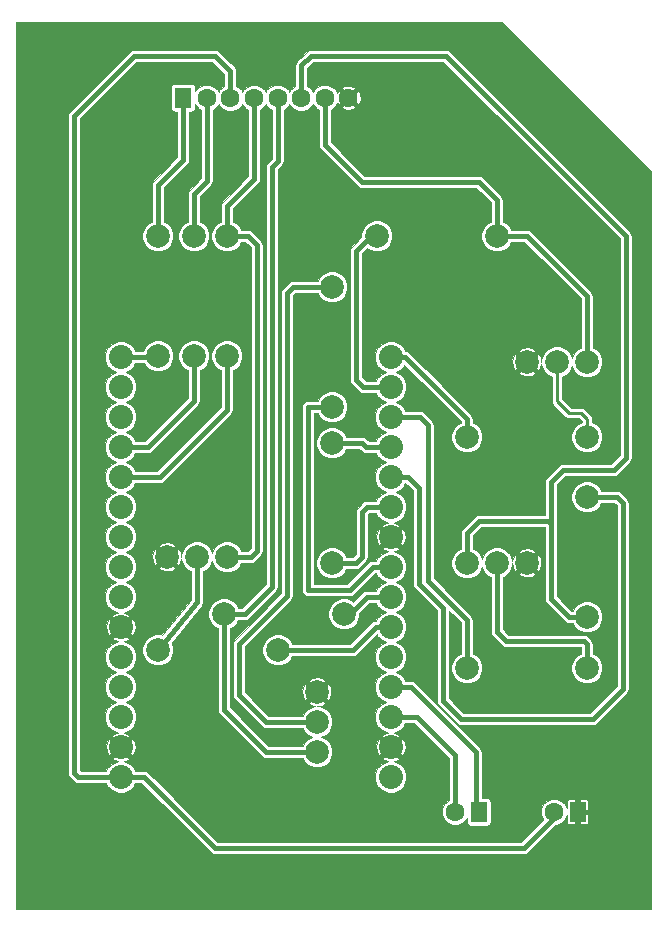
<source format=gbr>
G04 #@! TF.FileFunction,Copper,L1,Top,Signal*
%FSLAX46Y46*%
G04 Gerber Fmt 4.6, Leading zero omitted, Abs format (unit mm)*
G04 Created by KiCad (PCBNEW 4.0.2-stable) date ven. 22 juil. 2016 18:14:01 CEST*
%MOMM*%
G01*
G04 APERTURE LIST*
%ADD10C,0.100000*%
%ADD11C,2.032000*%
%ADD12C,2.000000*%
%ADD13C,1.998980*%
%ADD14C,1.600000*%
%ADD15R,1.398880X1.699260*%
%ADD16C,0.400000*%
%ADD17C,0.250000*%
%ADD18C,0.030000*%
G04 APERTURE END LIST*
D10*
D11*
X9055100Y47142400D03*
X9055100Y44602400D03*
X9055100Y42062400D03*
X9055100Y39522400D03*
X9055100Y36982400D03*
X9055100Y34442400D03*
X9055100Y31902400D03*
X9055100Y29362400D03*
X9055100Y26822400D03*
X9055100Y24282400D03*
X9055100Y21742400D03*
X9055100Y19202400D03*
X9055100Y16662400D03*
X9055100Y14122400D03*
X9055100Y11582400D03*
X31915100Y47142400D03*
X31915100Y16662400D03*
X31915100Y14122400D03*
X31915100Y19202400D03*
X31915100Y34442400D03*
X31915100Y36982400D03*
X31915100Y31902400D03*
X31915100Y11582400D03*
X31915100Y26822400D03*
X31915100Y29362400D03*
X31915100Y24282400D03*
X31915100Y21742400D03*
X31915100Y42062400D03*
X31915100Y39522400D03*
X31915100Y44602400D03*
D12*
X45974000Y46736000D03*
X43434000Y46736000D03*
X48514000Y46736000D03*
X40894000Y29718000D03*
X43434000Y29718000D03*
X38354000Y29718000D03*
X25654000Y16256000D03*
X25654000Y18796000D03*
X25654000Y13716000D03*
X15494000Y30226000D03*
X12954000Y30226000D03*
X18034000Y30226000D03*
D13*
X12192000Y47244000D03*
X12192000Y57404000D03*
X15240000Y47244000D03*
X15240000Y57404000D03*
X38354000Y40386000D03*
X48514000Y40386000D03*
X30734000Y57404000D03*
X40894000Y57404000D03*
X38354000Y20828000D03*
X48514000Y20828000D03*
X48514000Y35306000D03*
X48514000Y25146000D03*
X26924000Y42926000D03*
X26924000Y53086000D03*
X27940000Y25400000D03*
X17780000Y25400000D03*
X22352000Y22352000D03*
X12192000Y22352000D03*
X18034000Y47244000D03*
X18034000Y57404000D03*
X26924000Y29718000D03*
X26924000Y39878000D03*
D14*
X26337260Y69088000D03*
X24338280Y69088000D03*
X22336760Y69088000D03*
D15*
X14330680Y69088000D03*
D14*
X18333720Y69088000D03*
X16332200Y69088000D03*
X20332700Y69088000D03*
X28336240Y69088000D03*
D15*
X39354760Y8636000D03*
D14*
X37353240Y8636000D03*
D15*
X47736760Y8636000D03*
D14*
X45735240Y8636000D03*
D16*
X45735240Y8636000D02*
X45735240Y8143240D01*
X45735240Y8143240D02*
X43180000Y5588000D01*
X43180000Y5588000D02*
X17018000Y5588000D01*
X17018000Y5588000D02*
X11023600Y11582400D01*
X11023600Y11582400D02*
X9055100Y11582400D01*
X18333720Y71328280D02*
X18333720Y69088000D01*
X17018000Y72644000D02*
X18333720Y71328280D01*
X10160000Y72644000D02*
X17018000Y72644000D01*
X5080000Y67564000D02*
X10160000Y72644000D01*
X9055100Y11582400D02*
X5435600Y11582400D01*
X5080000Y11938000D02*
X5080000Y67564000D01*
X5435600Y11582400D02*
X5080000Y11938000D01*
X15240000Y57404000D02*
X15240000Y60960000D01*
X16332200Y62052200D02*
X16332200Y69088000D01*
X15240000Y60960000D02*
X16332200Y62052200D01*
X18034000Y57404000D02*
X18034000Y59944000D01*
X20332700Y62242700D02*
X20332700Y69088000D01*
X18034000Y59944000D02*
X20332700Y62242700D01*
X18034000Y57404000D02*
X19812000Y57404000D01*
X20066000Y30226000D02*
X18034000Y30226000D01*
X20574000Y30734000D02*
X20066000Y30226000D01*
X20574000Y56642000D02*
X20574000Y30734000D01*
X19812000Y57404000D02*
X20574000Y56642000D01*
X20320000Y69075300D02*
X20332700Y69088000D01*
X45466000Y32766000D02*
X45466000Y36576000D01*
X24338280Y71836280D02*
X24338280Y69088000D01*
X25146000Y72644000D02*
X24338280Y71836280D01*
X36576000Y72644000D02*
X25146000Y72644000D01*
X51816000Y57404000D02*
X36576000Y72644000D01*
X51816000Y38608000D02*
X51816000Y57404000D01*
X50800000Y37592000D02*
X51816000Y38608000D01*
X46482000Y37592000D02*
X50800000Y37592000D01*
X45466000Y36576000D02*
X46482000Y37592000D01*
X48514000Y25146000D02*
X46990000Y25146000D01*
X46990000Y25146000D02*
X45466000Y26670000D01*
X45466000Y26670000D02*
X45466000Y32766000D01*
X45466000Y32766000D02*
X45466000Y33020000D01*
X45466000Y33020000D02*
X45212000Y33274000D01*
X45212000Y33274000D02*
X41910000Y33274000D01*
X38354000Y32258000D02*
X38354000Y29718000D01*
X41910000Y33274000D02*
X39370000Y33274000D01*
X39370000Y33274000D02*
X38354000Y32258000D01*
X26337260Y69088000D02*
X26337260Y65102740D01*
X40894000Y60452000D02*
X40894000Y57404000D01*
X39370000Y61976000D02*
X40894000Y60452000D01*
X29464000Y61976000D02*
X39370000Y61976000D01*
X26337260Y65102740D02*
X29464000Y61976000D01*
X40894000Y57404000D02*
X43434000Y57404000D01*
X43434000Y57404000D02*
X48514000Y52324000D01*
X48514000Y52324000D02*
X48514000Y46736000D01*
D17*
X45974000Y46736000D02*
X45974000Y43434000D01*
X48514000Y41910000D02*
X48514000Y40386000D01*
X48006000Y42418000D02*
X48514000Y41910000D01*
X46990000Y42418000D02*
X48006000Y42418000D01*
X45974000Y43434000D02*
X46990000Y42418000D01*
D16*
X48514000Y20828000D02*
X48514000Y22860000D01*
X48514000Y22860000D02*
X48260000Y23114000D01*
X48260000Y23114000D02*
X41656000Y23114000D01*
X41656000Y23114000D02*
X40894000Y23876000D01*
X40894000Y23876000D02*
X40894000Y29718000D01*
X26924000Y53086000D02*
X23622000Y53086000D01*
X21336000Y16256000D02*
X25654000Y16256000D01*
X19050000Y18542000D02*
X21336000Y16256000D01*
X19050000Y22860000D02*
X19050000Y18542000D01*
X23114000Y26924000D02*
X19050000Y22860000D01*
X23114000Y52578000D02*
X23114000Y26924000D01*
X23622000Y53086000D02*
X23114000Y52578000D01*
X15494000Y30226000D02*
X15494000Y26416000D01*
X15494000Y26416000D02*
X12192000Y22352000D01*
X9055100Y47142400D02*
X12090400Y47142400D01*
X12090400Y47142400D02*
X12192000Y47244000D01*
D17*
X12090400Y47142400D02*
X12192000Y47244000D01*
X9055100Y47142400D02*
X10007600Y47142400D01*
D16*
X9055100Y39522400D02*
X11328400Y39522400D01*
X15240000Y43434000D02*
X15240000Y47244000D01*
X11328400Y39522400D02*
X15240000Y43434000D01*
X9156700Y39624000D02*
X9055100Y39522400D01*
X31915100Y47142400D02*
X33121600Y47142400D01*
X33121600Y47142400D02*
X38354000Y41910000D01*
X38354000Y41910000D02*
X38354000Y40386000D01*
D17*
X30734000Y57404000D02*
X30226000Y57404000D01*
D16*
X30226000Y57404000D02*
X28956000Y56134000D01*
X29565600Y44602400D02*
X31915100Y44602400D01*
X28956000Y45212000D02*
X29565600Y44602400D01*
X28956000Y56134000D02*
X28956000Y45212000D01*
X38354000Y20828000D02*
X38354000Y24892000D01*
X38354000Y24892000D02*
X35052000Y28194000D01*
X35052000Y28194000D02*
X35052000Y39878000D01*
X35052000Y39878000D02*
X35052000Y41402000D01*
X35052000Y41402000D02*
X34391600Y42062400D01*
X34391600Y42062400D02*
X31915100Y42062400D01*
X48514000Y35306000D02*
X51054000Y35306000D01*
X51054000Y35306000D02*
X51562000Y34798000D01*
X51562000Y34798000D02*
X51562000Y19050000D01*
X51562000Y19050000D02*
X49022000Y16510000D01*
X49022000Y16510000D02*
X37846000Y16510000D01*
X37846000Y16510000D02*
X36322000Y18034000D01*
X36322000Y18034000D02*
X36322000Y25908000D01*
X36322000Y25908000D02*
X34290000Y27940000D01*
X34290000Y27940000D02*
X34290000Y36068000D01*
X34290000Y36068000D02*
X33375600Y36982400D01*
X33375600Y36982400D02*
X31915100Y36982400D01*
D17*
X48412400Y35204400D02*
X48514000Y35306000D01*
D16*
X31915100Y29362400D02*
X30378400Y29362400D01*
X30378400Y29362400D02*
X28448000Y27432000D01*
X28448000Y27432000D02*
X24892000Y27432000D01*
X24892000Y27432000D02*
X24892000Y42926000D01*
X24892000Y42926000D02*
X26924000Y42926000D01*
X27940000Y25400000D02*
X28448000Y25400000D01*
X28448000Y25400000D02*
X29870400Y26822400D01*
X29870400Y26822400D02*
X31915100Y26822400D01*
X22352000Y22352000D02*
X28702000Y22352000D01*
X30632400Y24282400D02*
X31915100Y24282400D01*
X28702000Y22352000D02*
X30632400Y24282400D01*
X9055100Y36982400D02*
X12344400Y36982400D01*
X18034000Y42672000D02*
X18034000Y47244000D01*
X12344400Y36982400D02*
X18034000Y42672000D01*
D17*
X9461500Y36576000D02*
X9055100Y36982400D01*
D16*
X26924000Y29718000D02*
X28956000Y29718000D01*
X28956000Y29718000D02*
X29464000Y30226000D01*
X29464000Y30226000D02*
X29464000Y34036000D01*
X29464000Y34036000D02*
X29870400Y34442400D01*
X29870400Y34442400D02*
X31915100Y34442400D01*
X26924000Y39878000D02*
X29464000Y39878000D01*
X29819600Y39522400D02*
X31915100Y39522400D01*
X29464000Y39878000D02*
X29819600Y39522400D01*
X17780000Y25400000D02*
X19558000Y25400000D01*
X22336760Y63738760D02*
X22336760Y69088000D01*
X21844000Y63246000D02*
X22336760Y63738760D01*
X21844000Y27686000D02*
X21844000Y63246000D01*
X19558000Y25400000D02*
X21844000Y27686000D01*
X17780000Y25400000D02*
X17780000Y17272000D01*
X21336000Y13716000D02*
X25654000Y13716000D01*
X17780000Y17272000D02*
X21336000Y13716000D01*
X12192000Y57404000D02*
X12192000Y61722000D01*
X14330680Y63860680D02*
X14330680Y69088000D01*
X12192000Y61722000D02*
X14330680Y63860680D01*
X31915100Y16662400D02*
X34137600Y16662400D01*
X37353240Y13446760D02*
X37353240Y8636000D01*
X34137600Y16662400D02*
X37353240Y13446760D01*
X31915100Y19202400D02*
X33629600Y19202400D01*
X39116000Y13716000D02*
X39116000Y8874760D01*
X33629600Y19202400D02*
X39116000Y13716000D01*
X39116000Y8874760D02*
X39354760Y8636000D01*
D18*
G36*
X53912000Y62913300D02*
X53912000Y444000D01*
X190000Y444000D01*
X190000Y67564000D01*
X4565000Y67564000D01*
X4565000Y11938000D01*
X4604202Y11740918D01*
X4715840Y11573840D01*
X5071440Y11218240D01*
X5238518Y11106602D01*
X5435600Y11067400D01*
X7827749Y11067400D01*
X7926075Y10829434D01*
X8300165Y10454691D01*
X8789186Y10251631D01*
X9318691Y10251169D01*
X9808066Y10453375D01*
X10182809Y10827465D01*
X10282439Y11067400D01*
X10810280Y11067400D01*
X16653840Y5223840D01*
X16820918Y5112202D01*
X17018000Y5073000D01*
X43180000Y5073000D01*
X43377082Y5112202D01*
X43544160Y5223840D01*
X45841227Y7520907D01*
X45956054Y7520807D01*
X46366012Y7690198D01*
X46679940Y8003579D01*
X46822320Y8346468D01*
X46822320Y7743604D01*
X46855052Y7664582D01*
X46915532Y7604102D01*
X46994554Y7571370D01*
X47498010Y7571370D01*
X47551760Y7625120D01*
X47551760Y8451000D01*
X47921760Y8451000D01*
X47921760Y7625120D01*
X47975510Y7571370D01*
X48478966Y7571370D01*
X48557988Y7604102D01*
X48618468Y7664582D01*
X48651200Y7743604D01*
X48651200Y8397250D01*
X48597450Y8451000D01*
X47921760Y8451000D01*
X47551760Y8451000D01*
X47531760Y8451000D01*
X47531760Y8821000D01*
X47551760Y8821000D01*
X47551760Y9646880D01*
X47921760Y9646880D01*
X47921760Y8821000D01*
X48597450Y8821000D01*
X48651200Y8874750D01*
X48651200Y9528396D01*
X48618468Y9607418D01*
X48557988Y9667898D01*
X48478966Y9700630D01*
X47975510Y9700630D01*
X47921760Y9646880D01*
X47551760Y9646880D01*
X47498010Y9700630D01*
X46994554Y9700630D01*
X46915532Y9667898D01*
X46855052Y9607418D01*
X46822320Y9528396D01*
X46822320Y8924853D01*
X46681042Y9266772D01*
X46367661Y9580700D01*
X45958000Y9750806D01*
X45514426Y9751193D01*
X45104468Y9581802D01*
X44790540Y9268421D01*
X44620434Y8858760D01*
X44620047Y8415186D01*
X44789438Y8005228D01*
X44829138Y7965458D01*
X42966680Y6103000D01*
X17231320Y6103000D01*
X12015511Y11318809D01*
X30583869Y11318809D01*
X30786075Y10829434D01*
X31160165Y10454691D01*
X31649186Y10251631D01*
X32178691Y10251169D01*
X32668066Y10453375D01*
X33042809Y10827465D01*
X33245869Y11316486D01*
X33246331Y11845991D01*
X33044125Y12335366D01*
X32670035Y12710109D01*
X32181133Y12913120D01*
X32292021Y12925217D01*
X32495114Y13009340D01*
X32623647Y13152223D01*
X31915100Y13860770D01*
X31206553Y13152223D01*
X31335086Y13009340D01*
X31662973Y12913621D01*
X31651509Y12913631D01*
X31162134Y12711425D01*
X30787391Y12337335D01*
X30584331Y11848314D01*
X30583869Y11318809D01*
X12015511Y11318809D01*
X11387760Y11946560D01*
X11220682Y12058198D01*
X11023600Y12097400D01*
X10282451Y12097400D01*
X10184125Y12335366D01*
X9810035Y12710109D01*
X9321133Y12913120D01*
X9432021Y12925217D01*
X9635114Y13009340D01*
X9763647Y13152223D01*
X9055100Y13860770D01*
X8346553Y13152223D01*
X8475086Y13009340D01*
X8802973Y12913621D01*
X8791509Y12913631D01*
X8302134Y12711425D01*
X7927391Y12337335D01*
X7827761Y12097400D01*
X5648920Y12097400D01*
X5595000Y12151320D01*
X5595000Y14232313D01*
X7804805Y14232313D01*
X7857917Y13745479D01*
X7942040Y13542386D01*
X8084923Y13413853D01*
X8793470Y14122400D01*
X9316730Y14122400D01*
X10025277Y13413853D01*
X10168160Y13542386D01*
X10305395Y14012487D01*
X10252283Y14499321D01*
X10168160Y14702414D01*
X10025277Y14830947D01*
X9316730Y14122400D01*
X8793470Y14122400D01*
X8084923Y14830947D01*
X7942040Y14702414D01*
X7804805Y14232313D01*
X5595000Y14232313D01*
X5595000Y21478809D01*
X7723869Y21478809D01*
X7926075Y20989434D01*
X8300165Y20614691D01*
X8643078Y20472301D01*
X8302134Y20331425D01*
X7927391Y19957335D01*
X7724331Y19468314D01*
X7723869Y18938809D01*
X7926075Y18449434D01*
X8300165Y18074691D01*
X8643078Y17932301D01*
X8302134Y17791425D01*
X7927391Y17417335D01*
X7724331Y16928314D01*
X7723869Y16398809D01*
X7926075Y15909434D01*
X8300165Y15534691D01*
X8789067Y15331680D01*
X8678179Y15319583D01*
X8475086Y15235460D01*
X8346553Y15092577D01*
X9055100Y14384030D01*
X9763647Y15092577D01*
X9635114Y15235460D01*
X9307227Y15331179D01*
X9318691Y15331169D01*
X9808066Y15533375D01*
X10182809Y15907465D01*
X10385869Y16396486D01*
X10386331Y16925991D01*
X10184125Y17415366D01*
X9810035Y17790109D01*
X9467122Y17932499D01*
X9808066Y18073375D01*
X10182809Y18447465D01*
X10385869Y18936486D01*
X10386331Y19465991D01*
X10184125Y19955366D01*
X9810035Y20330109D01*
X9467122Y20472499D01*
X9808066Y20613375D01*
X10182809Y20987465D01*
X10385869Y21476486D01*
X10386331Y22005991D01*
X10184125Y22495366D01*
X9810035Y22870109D01*
X9321133Y23073120D01*
X9432021Y23085217D01*
X9635114Y23169340D01*
X9763647Y23312223D01*
X9055100Y24020770D01*
X8346553Y23312223D01*
X8475086Y23169340D01*
X8802973Y23073621D01*
X8791509Y23073631D01*
X8302134Y22871425D01*
X7927391Y22497335D01*
X7724331Y22008314D01*
X7723869Y21478809D01*
X5595000Y21478809D01*
X5595000Y24392313D01*
X7804805Y24392313D01*
X7857917Y23905479D01*
X7942040Y23702386D01*
X8084923Y23573853D01*
X8793470Y24282400D01*
X9316730Y24282400D01*
X10025277Y23573853D01*
X10168160Y23702386D01*
X10305395Y24172487D01*
X10252283Y24659321D01*
X10168160Y24862414D01*
X10025277Y24990947D01*
X9316730Y24282400D01*
X8793470Y24282400D01*
X8084923Y24990947D01*
X7942040Y24862414D01*
X7804805Y24392313D01*
X5595000Y24392313D01*
X5595000Y46878809D01*
X7723869Y46878809D01*
X7926075Y46389434D01*
X8300165Y46014691D01*
X8643078Y45872301D01*
X8302134Y45731425D01*
X7927391Y45357335D01*
X7724331Y44868314D01*
X7723869Y44338809D01*
X7926075Y43849434D01*
X8300165Y43474691D01*
X8643078Y43332301D01*
X8302134Y43191425D01*
X7927391Y42817335D01*
X7724331Y42328314D01*
X7723869Y41798809D01*
X7926075Y41309434D01*
X8300165Y40934691D01*
X8643078Y40792301D01*
X8302134Y40651425D01*
X7927391Y40277335D01*
X7724331Y39788314D01*
X7723869Y39258809D01*
X7926075Y38769434D01*
X8300165Y38394691D01*
X8643078Y38252301D01*
X8302134Y38111425D01*
X7927391Y37737335D01*
X7724331Y37248314D01*
X7723869Y36718809D01*
X7926075Y36229434D01*
X8300165Y35854691D01*
X8643078Y35712301D01*
X8302134Y35571425D01*
X7927391Y35197335D01*
X7724331Y34708314D01*
X7723869Y34178809D01*
X7926075Y33689434D01*
X8300165Y33314691D01*
X8643078Y33172301D01*
X8302134Y33031425D01*
X7927391Y32657335D01*
X7724331Y32168314D01*
X7723869Y31638809D01*
X7926075Y31149434D01*
X8300165Y30774691D01*
X8643078Y30632301D01*
X8302134Y30491425D01*
X7927391Y30117335D01*
X7724331Y29628314D01*
X7723869Y29098809D01*
X7926075Y28609434D01*
X8300165Y28234691D01*
X8643078Y28092301D01*
X8302134Y27951425D01*
X7927391Y27577335D01*
X7724331Y27088314D01*
X7723869Y26558809D01*
X7926075Y26069434D01*
X8300165Y25694691D01*
X8789067Y25491680D01*
X8678179Y25479583D01*
X8475086Y25395460D01*
X8346553Y25252577D01*
X9055100Y24544030D01*
X9763647Y25252577D01*
X9635114Y25395460D01*
X9307227Y25491179D01*
X9318691Y25491169D01*
X9808066Y25693375D01*
X10182809Y26067465D01*
X10385869Y26556486D01*
X10386331Y27085991D01*
X10184125Y27575366D01*
X9810035Y27950109D01*
X9467122Y28092499D01*
X9808066Y28233375D01*
X10182809Y28607465D01*
X10385869Y29096486D01*
X10386018Y29267500D01*
X12257129Y29267500D01*
X12383684Y29126286D01*
X12847939Y28991746D01*
X13328341Y29045110D01*
X13524316Y29126286D01*
X13650871Y29267500D01*
X12954000Y29964370D01*
X12257129Y29267500D01*
X10386018Y29267500D01*
X10386331Y29625991D01*
X10184125Y30115366D01*
X9967808Y30332061D01*
X11719746Y30332061D01*
X11773110Y29851659D01*
X11854286Y29655684D01*
X11995500Y29529129D01*
X12692370Y30226000D01*
X11995500Y30922871D01*
X11854286Y30796316D01*
X11719746Y30332061D01*
X9967808Y30332061D01*
X9810035Y30490109D01*
X9467122Y30632499D01*
X9808066Y30773375D01*
X10182809Y31147465D01*
X10198187Y31184500D01*
X12257129Y31184500D01*
X12954000Y30487630D01*
X13650871Y31184500D01*
X13524316Y31325714D01*
X13060061Y31460254D01*
X12579659Y31406890D01*
X12383684Y31325714D01*
X12257129Y31184500D01*
X10198187Y31184500D01*
X10385869Y31636486D01*
X10386331Y32165991D01*
X10184125Y32655366D01*
X9810035Y33030109D01*
X9467122Y33172499D01*
X9808066Y33313375D01*
X10182809Y33687465D01*
X10385869Y34176486D01*
X10386331Y34705991D01*
X10184125Y35195366D01*
X9810035Y35570109D01*
X9467122Y35712499D01*
X9808066Y35853375D01*
X10182809Y36227465D01*
X10282439Y36467400D01*
X12344400Y36467400D01*
X12541482Y36506602D01*
X12708560Y36618240D01*
X18398160Y42307840D01*
X18509798Y42474918D01*
X18549000Y42672000D01*
X18549000Y46034514D01*
X18777626Y46128980D01*
X19147720Y46498429D01*
X19348261Y46981385D01*
X19348717Y47504321D01*
X19149020Y47987626D01*
X18779571Y48357720D01*
X18296615Y48558261D01*
X17773679Y48558717D01*
X17290374Y48359020D01*
X16920280Y47989571D01*
X16719739Y47506615D01*
X16719283Y46983679D01*
X16918980Y46500374D01*
X17288429Y46130280D01*
X17519000Y46034538D01*
X17519000Y42885320D01*
X12131080Y37497400D01*
X10282451Y37497400D01*
X10184125Y37735366D01*
X9810035Y38110109D01*
X9467122Y38252499D01*
X9808066Y38393375D01*
X10182809Y38767465D01*
X10282439Y39007400D01*
X11328400Y39007400D01*
X11525482Y39046602D01*
X11692560Y39158240D01*
X15604160Y43069840D01*
X15715798Y43236918D01*
X15755000Y43434000D01*
X15755000Y46034514D01*
X15983626Y46128980D01*
X16353720Y46498429D01*
X16554261Y46981385D01*
X16554717Y47504321D01*
X16355020Y47987626D01*
X15985571Y48357720D01*
X15502615Y48558261D01*
X14979679Y48558717D01*
X14496374Y48359020D01*
X14126280Y47989571D01*
X13925739Y47506615D01*
X13925283Y46983679D01*
X14124980Y46500374D01*
X14494429Y46130280D01*
X14725000Y46034538D01*
X14725000Y43647320D01*
X11115080Y40037400D01*
X10282451Y40037400D01*
X10184125Y40275366D01*
X9810035Y40650109D01*
X9467122Y40792499D01*
X9808066Y40933375D01*
X10182809Y41307465D01*
X10385869Y41796486D01*
X10386331Y42325991D01*
X10184125Y42815366D01*
X9810035Y43190109D01*
X9467122Y43332499D01*
X9808066Y43473375D01*
X10182809Y43847465D01*
X10385869Y44336486D01*
X10386331Y44865991D01*
X10184125Y45355366D01*
X9810035Y45730109D01*
X9467122Y45872499D01*
X9808066Y46013375D01*
X10182809Y46387465D01*
X10282439Y46627400D01*
X11024494Y46627400D01*
X11076980Y46500374D01*
X11446429Y46130280D01*
X11929385Y45929739D01*
X12452321Y45929283D01*
X12935626Y46128980D01*
X13305720Y46498429D01*
X13506261Y46981385D01*
X13506717Y47504321D01*
X13307020Y47987626D01*
X12937571Y48357720D01*
X12454615Y48558261D01*
X11931679Y48558717D01*
X11448374Y48359020D01*
X11078280Y47989571D01*
X10940350Y47657400D01*
X10282451Y47657400D01*
X10184125Y47895366D01*
X9810035Y48270109D01*
X9321014Y48473169D01*
X8791509Y48473631D01*
X8302134Y48271425D01*
X7927391Y47897335D01*
X7724331Y47408314D01*
X7723869Y46878809D01*
X5595000Y46878809D01*
X5595000Y67350680D01*
X10373320Y72129000D01*
X16804680Y72129000D01*
X17818720Y71114960D01*
X17818720Y70081638D01*
X17702948Y70033802D01*
X17389020Y69720421D01*
X17333032Y69585588D01*
X17278002Y69718772D01*
X16964621Y70032700D01*
X16554960Y70202806D01*
X16111386Y70203193D01*
X15701428Y70033802D01*
X15387500Y69720421D01*
X15351291Y69633220D01*
X15351291Y69937630D01*
X15329326Y70054362D01*
X15260338Y70161573D01*
X15155074Y70233497D01*
X15030120Y70258801D01*
X13631240Y70258801D01*
X13514508Y70236836D01*
X13407297Y70167848D01*
X13335373Y70062584D01*
X13310069Y69937630D01*
X13310069Y68238370D01*
X13332034Y68121638D01*
X13401022Y68014427D01*
X13506286Y67942503D01*
X13631240Y67917199D01*
X13815680Y67917199D01*
X13815680Y64074000D01*
X11827840Y62086160D01*
X11716202Y61919082D01*
X11677000Y61722000D01*
X11677000Y58613486D01*
X11448374Y58519020D01*
X11078280Y58149571D01*
X10877739Y57666615D01*
X10877283Y57143679D01*
X11076980Y56660374D01*
X11446429Y56290280D01*
X11929385Y56089739D01*
X12452321Y56089283D01*
X12935626Y56288980D01*
X13305720Y56658429D01*
X13506261Y57141385D01*
X13506717Y57664321D01*
X13307020Y58147626D01*
X12937571Y58517720D01*
X12707000Y58613462D01*
X12707000Y61508680D01*
X14694840Y63496520D01*
X14806478Y63663598D01*
X14845680Y63860680D01*
X14845680Y67917199D01*
X15030120Y67917199D01*
X15146852Y67939164D01*
X15254063Y68008152D01*
X15325987Y68113416D01*
X15351291Y68238370D01*
X15351291Y68542194D01*
X15386398Y68457228D01*
X15699779Y68143300D01*
X15817200Y68094543D01*
X15817200Y62265520D01*
X14875840Y61324160D01*
X14764202Y61157082D01*
X14725000Y60960000D01*
X14725000Y58613486D01*
X14496374Y58519020D01*
X14126280Y58149571D01*
X13925739Y57666615D01*
X13925283Y57143679D01*
X14124980Y56660374D01*
X14494429Y56290280D01*
X14977385Y56089739D01*
X15500321Y56089283D01*
X15983626Y56288980D01*
X16353720Y56658429D01*
X16554261Y57141385D01*
X16554717Y57664321D01*
X16355020Y58147626D01*
X15985571Y58517720D01*
X15755000Y58613462D01*
X15755000Y60746680D01*
X16696360Y61688040D01*
X16807998Y61855118D01*
X16847200Y62052200D01*
X16847200Y68094362D01*
X16962972Y68142198D01*
X17276900Y68455579D01*
X17332888Y68590412D01*
X17387918Y68457228D01*
X17701299Y68143300D01*
X18110960Y67973194D01*
X18554534Y67972807D01*
X18964492Y68142198D01*
X19278420Y68455579D01*
X19333134Y68587346D01*
X19386898Y68457228D01*
X19700279Y68143300D01*
X19817700Y68094543D01*
X19817700Y62456020D01*
X17669840Y60308160D01*
X17558202Y60141082D01*
X17519000Y59944000D01*
X17519000Y58613486D01*
X17290374Y58519020D01*
X16920280Y58149571D01*
X16719739Y57666615D01*
X16719283Y57143679D01*
X16918980Y56660374D01*
X17288429Y56290280D01*
X17771385Y56089739D01*
X18294321Y56089283D01*
X18777626Y56288980D01*
X19147720Y56658429D01*
X19243462Y56889000D01*
X19598680Y56889000D01*
X20059000Y56428680D01*
X20059000Y30947320D01*
X19852680Y30741000D01*
X19244037Y30741000D01*
X19149452Y30969914D01*
X18779860Y31340152D01*
X18296717Y31540771D01*
X17773578Y31541227D01*
X17290086Y31341452D01*
X16919848Y30971860D01*
X16763864Y30596209D01*
X16609452Y30969914D01*
X16239860Y31340152D01*
X15756717Y31540771D01*
X15233578Y31541227D01*
X14750086Y31341452D01*
X14379848Y30971860D01*
X14179229Y30488717D01*
X14178980Y30203424D01*
X14134890Y30600341D01*
X14053714Y30796316D01*
X13912500Y30922871D01*
X13215630Y30226000D01*
X13912500Y29529129D01*
X14053714Y29655684D01*
X14178879Y30087590D01*
X14178773Y29965578D01*
X14378548Y29482086D01*
X14748140Y29111848D01*
X14979000Y29015986D01*
X14979000Y26598846D01*
X12560538Y23622278D01*
X12454615Y23666261D01*
X11931679Y23666717D01*
X11448374Y23467020D01*
X11078280Y23097571D01*
X10877739Y22614615D01*
X10877283Y22091679D01*
X11076980Y21608374D01*
X11446429Y21238280D01*
X11929385Y21037739D01*
X12452321Y21037283D01*
X12935626Y21236980D01*
X13305720Y21606429D01*
X13506261Y22089385D01*
X13506717Y22612321D01*
X13358509Y22971012D01*
X15893699Y26091245D01*
X15928456Y26157046D01*
X15969798Y26218918D01*
X15975029Y26245214D01*
X15987552Y26268923D01*
X15994482Y26343015D01*
X16009000Y26416000D01*
X16009000Y29015963D01*
X16237914Y29110548D01*
X16608152Y29480140D01*
X16764136Y29855791D01*
X16918548Y29482086D01*
X17288140Y29111848D01*
X17771283Y28911229D01*
X18294422Y28910773D01*
X18777914Y29110548D01*
X19148152Y29480140D01*
X19244014Y29711000D01*
X20066000Y29711000D01*
X20263082Y29750202D01*
X20430160Y29861840D01*
X20938160Y30369840D01*
X21049798Y30536918D01*
X21089000Y30734000D01*
X21089000Y56642000D01*
X21049798Y56839082D01*
X20938160Y57006160D01*
X20176160Y57768160D01*
X20009082Y57879798D01*
X19812000Y57919000D01*
X19243486Y57919000D01*
X19149020Y58147626D01*
X18779571Y58517720D01*
X18549000Y58613462D01*
X18549000Y59730680D01*
X20696860Y61878540D01*
X20808498Y62045618D01*
X20847700Y62242700D01*
X20847700Y68094362D01*
X20963472Y68142198D01*
X21277400Y68455579D01*
X21334661Y68593478D01*
X21390958Y68457228D01*
X21704339Y68143300D01*
X21821760Y68094543D01*
X21821760Y63952080D01*
X21479840Y63610160D01*
X21368202Y63443082D01*
X21329000Y63246000D01*
X21329000Y27899320D01*
X19344680Y25915000D01*
X18989486Y25915000D01*
X18895020Y26143626D01*
X18525571Y26513720D01*
X18042615Y26714261D01*
X17519679Y26714717D01*
X17036374Y26515020D01*
X16666280Y26145571D01*
X16465739Y25662615D01*
X16465283Y25139679D01*
X16664980Y24656374D01*
X17034429Y24286280D01*
X17265000Y24190538D01*
X17265000Y17272000D01*
X17304202Y17074918D01*
X17415840Y16907840D01*
X20971840Y13351840D01*
X21138918Y13240202D01*
X21336000Y13201000D01*
X24443963Y13201000D01*
X24538548Y12972086D01*
X24908140Y12601848D01*
X25391283Y12401229D01*
X25914422Y12400773D01*
X26397914Y12600548D01*
X26768152Y12970140D01*
X26968771Y13453283D01*
X26969227Y13976422D01*
X26863495Y14232313D01*
X30664805Y14232313D01*
X30717917Y13745479D01*
X30802040Y13542386D01*
X30944923Y13413853D01*
X31653470Y14122400D01*
X32176730Y14122400D01*
X32885277Y13413853D01*
X33028160Y13542386D01*
X33165395Y14012487D01*
X33112283Y14499321D01*
X33028160Y14702414D01*
X32885277Y14830947D01*
X32176730Y14122400D01*
X31653470Y14122400D01*
X30944923Y14830947D01*
X30802040Y14702414D01*
X30664805Y14232313D01*
X26863495Y14232313D01*
X26769452Y14459914D01*
X26399860Y14830152D01*
X26024209Y14986136D01*
X26397914Y15140548D01*
X26768152Y15510140D01*
X26968771Y15993283D01*
X26969227Y16516422D01*
X26769452Y16999914D01*
X26399860Y17370152D01*
X25916717Y17570771D01*
X25631424Y17571020D01*
X26028341Y17615110D01*
X26224316Y17696286D01*
X26350871Y17837500D01*
X25654000Y18534370D01*
X24957129Y17837500D01*
X25083684Y17696286D01*
X25515590Y17571121D01*
X25393578Y17571227D01*
X24910086Y17371452D01*
X24539848Y17001860D01*
X24443986Y16771000D01*
X21549320Y16771000D01*
X19565000Y18755320D01*
X19565000Y18902061D01*
X24419746Y18902061D01*
X24473110Y18421659D01*
X24554286Y18225684D01*
X24695500Y18099129D01*
X25392370Y18796000D01*
X25915630Y18796000D01*
X26612500Y18099129D01*
X26753714Y18225684D01*
X26888254Y18689939D01*
X26834890Y19170341D01*
X26753714Y19366316D01*
X26612500Y19492871D01*
X25915630Y18796000D01*
X25392370Y18796000D01*
X24695500Y19492871D01*
X24554286Y19366316D01*
X24419746Y18902061D01*
X19565000Y18902061D01*
X19565000Y19754500D01*
X24957129Y19754500D01*
X25654000Y19057630D01*
X26350871Y19754500D01*
X26224316Y19895714D01*
X25760061Y20030254D01*
X25279659Y19976890D01*
X25083684Y19895714D01*
X24957129Y19754500D01*
X19565000Y19754500D01*
X19565000Y22091679D01*
X21037283Y22091679D01*
X21236980Y21608374D01*
X21606429Y21238280D01*
X22089385Y21037739D01*
X22612321Y21037283D01*
X23095626Y21236980D01*
X23465720Y21606429D01*
X23561462Y21837000D01*
X28702000Y21837000D01*
X28899082Y21876202D01*
X29066160Y21987840D01*
X30733937Y23655617D01*
X30786075Y23529434D01*
X31160165Y23154691D01*
X31503078Y23012301D01*
X31162134Y22871425D01*
X30787391Y22497335D01*
X30584331Y22008314D01*
X30583869Y21478809D01*
X30786075Y20989434D01*
X31160165Y20614691D01*
X31503078Y20472301D01*
X31162134Y20331425D01*
X30787391Y19957335D01*
X30584331Y19468314D01*
X30583869Y18938809D01*
X30786075Y18449434D01*
X31160165Y18074691D01*
X31503078Y17932301D01*
X31162134Y17791425D01*
X30787391Y17417335D01*
X30584331Y16928314D01*
X30583869Y16398809D01*
X30786075Y15909434D01*
X31160165Y15534691D01*
X31649067Y15331680D01*
X31538179Y15319583D01*
X31335086Y15235460D01*
X31206553Y15092577D01*
X31915100Y14384030D01*
X32623647Y15092577D01*
X32495114Y15235460D01*
X32167227Y15331179D01*
X32178691Y15331169D01*
X32668066Y15533375D01*
X33042809Y15907465D01*
X33142439Y16147400D01*
X33924280Y16147400D01*
X36838240Y13233440D01*
X36838240Y9629638D01*
X36722468Y9581802D01*
X36408540Y9268421D01*
X36238434Y8858760D01*
X36238047Y8415186D01*
X36407438Y8005228D01*
X36720819Y7691300D01*
X37130480Y7521194D01*
X37574054Y7520807D01*
X37984012Y7690198D01*
X38297940Y8003579D01*
X38334149Y8090780D01*
X38334149Y7786370D01*
X38356114Y7669638D01*
X38425102Y7562427D01*
X38530366Y7490503D01*
X38655320Y7465199D01*
X40054200Y7465199D01*
X40170932Y7487164D01*
X40278143Y7556152D01*
X40350067Y7661416D01*
X40375371Y7786370D01*
X40375371Y9485630D01*
X40353406Y9602362D01*
X40284418Y9709573D01*
X40179154Y9781497D01*
X40054200Y9806801D01*
X39631000Y9806801D01*
X39631000Y13716000D01*
X39591798Y13913082D01*
X39480160Y14080160D01*
X33993760Y19566560D01*
X33826682Y19678198D01*
X33629600Y19717400D01*
X33142451Y19717400D01*
X33044125Y19955366D01*
X32670035Y20330109D01*
X32327122Y20472499D01*
X32668066Y20613375D01*
X33042809Y20987465D01*
X33245869Y21476486D01*
X33246331Y22005991D01*
X33044125Y22495366D01*
X32670035Y22870109D01*
X32327122Y23012499D01*
X32668066Y23153375D01*
X33042809Y23527465D01*
X33245869Y24016486D01*
X33246331Y24545991D01*
X33044125Y25035366D01*
X32670035Y25410109D01*
X32327122Y25552499D01*
X32668066Y25693375D01*
X33042809Y26067465D01*
X33245869Y26556486D01*
X33246331Y27085991D01*
X33044125Y27575366D01*
X32670035Y27950109D01*
X32327122Y28092499D01*
X32668066Y28233375D01*
X33042809Y28607465D01*
X33245869Y29096486D01*
X33246331Y29625991D01*
X33044125Y30115366D01*
X32670035Y30490109D01*
X32181133Y30693120D01*
X32292021Y30705217D01*
X32495114Y30789340D01*
X32623647Y30932223D01*
X31915100Y31640770D01*
X31206553Y30932223D01*
X31335086Y30789340D01*
X31662973Y30693621D01*
X31651509Y30693631D01*
X31162134Y30491425D01*
X30787391Y30117335D01*
X30687761Y29877400D01*
X30378400Y29877400D01*
X30181318Y29838198D01*
X30014240Y29726560D01*
X28234680Y27947000D01*
X25407000Y27947000D01*
X25407000Y39617679D01*
X25609283Y39617679D01*
X25808980Y39134374D01*
X26178429Y38764280D01*
X26661385Y38563739D01*
X27184321Y38563283D01*
X27667626Y38762980D01*
X28037720Y39132429D01*
X28133462Y39363000D01*
X29250680Y39363000D01*
X29455440Y39158240D01*
X29622518Y39046602D01*
X29819600Y39007400D01*
X30687749Y39007400D01*
X30786075Y38769434D01*
X31160165Y38394691D01*
X31503078Y38252301D01*
X31162134Y38111425D01*
X30787391Y37737335D01*
X30584331Y37248314D01*
X30583869Y36718809D01*
X30786075Y36229434D01*
X31160165Y35854691D01*
X31503078Y35712301D01*
X31162134Y35571425D01*
X30787391Y35197335D01*
X30687761Y34957400D01*
X29870400Y34957400D01*
X29673318Y34918198D01*
X29506240Y34806560D01*
X29099840Y34400160D01*
X28988202Y34233082D01*
X28949000Y34036000D01*
X28949000Y30439320D01*
X28742680Y30233000D01*
X28133486Y30233000D01*
X28039020Y30461626D01*
X27669571Y30831720D01*
X27186615Y31032261D01*
X26663679Y31032717D01*
X26180374Y30833020D01*
X25810280Y30463571D01*
X25609739Y29980615D01*
X25609283Y29457679D01*
X25808980Y28974374D01*
X26178429Y28604280D01*
X26661385Y28403739D01*
X27184321Y28403283D01*
X27667626Y28602980D01*
X28037720Y28972429D01*
X28133462Y29203000D01*
X28956000Y29203000D01*
X29153082Y29242202D01*
X29320160Y29353840D01*
X29828160Y29861840D01*
X29939798Y30028918D01*
X29979000Y30226000D01*
X29979000Y32012313D01*
X30664805Y32012313D01*
X30717917Y31525479D01*
X30802040Y31322386D01*
X30944923Y31193853D01*
X31653470Y31902400D01*
X32176730Y31902400D01*
X32885277Y31193853D01*
X33028160Y31322386D01*
X33165395Y31792487D01*
X33112283Y32279321D01*
X33028160Y32482414D01*
X32885277Y32610947D01*
X32176730Y31902400D01*
X31653470Y31902400D01*
X30944923Y32610947D01*
X30802040Y32482414D01*
X30664805Y32012313D01*
X29979000Y32012313D01*
X29979000Y33822680D01*
X30083720Y33927400D01*
X30687749Y33927400D01*
X30786075Y33689434D01*
X31160165Y33314691D01*
X31649067Y33111680D01*
X31538179Y33099583D01*
X31335086Y33015460D01*
X31206553Y32872577D01*
X31915100Y32164030D01*
X32623647Y32872577D01*
X32495114Y33015460D01*
X32167227Y33111179D01*
X32178691Y33111169D01*
X32668066Y33313375D01*
X33042809Y33687465D01*
X33245869Y34176486D01*
X33246331Y34705991D01*
X33044125Y35195366D01*
X32670035Y35570109D01*
X32327122Y35712499D01*
X32668066Y35853375D01*
X33042809Y36227465D01*
X33142439Y36467400D01*
X33162280Y36467400D01*
X33775000Y35854680D01*
X33775000Y27940000D01*
X33814202Y27742918D01*
X33925840Y27575840D01*
X35807000Y25694680D01*
X35807000Y18034000D01*
X35846202Y17836918D01*
X35957840Y17669840D01*
X37481840Y16145840D01*
X37648918Y16034202D01*
X37846000Y15995000D01*
X49022000Y15995000D01*
X49219082Y16034202D01*
X49386160Y16145840D01*
X51926160Y18685840D01*
X52037798Y18852918D01*
X52077000Y19050000D01*
X52077000Y34798000D01*
X52037798Y34995082D01*
X51926160Y35162160D01*
X51418160Y35670160D01*
X51251082Y35781798D01*
X51054000Y35821000D01*
X49723486Y35821000D01*
X49629020Y36049626D01*
X49259571Y36419720D01*
X48776615Y36620261D01*
X48253679Y36620717D01*
X47770374Y36421020D01*
X47400280Y36051571D01*
X47199739Y35568615D01*
X47199283Y35045679D01*
X47398980Y34562374D01*
X47768429Y34192280D01*
X48251385Y33991739D01*
X48774321Y33991283D01*
X49257626Y34190980D01*
X49627720Y34560429D01*
X49723462Y34791000D01*
X50840680Y34791000D01*
X51047000Y34584680D01*
X51047000Y19263320D01*
X48808680Y17025000D01*
X38059320Y17025000D01*
X36837000Y18247320D01*
X36837000Y25680680D01*
X37839000Y24678680D01*
X37839000Y22037486D01*
X37610374Y21943020D01*
X37240280Y21573571D01*
X37039739Y21090615D01*
X37039283Y20567679D01*
X37238980Y20084374D01*
X37608429Y19714280D01*
X38091385Y19513739D01*
X38614321Y19513283D01*
X39097626Y19712980D01*
X39467720Y20082429D01*
X39668261Y20565385D01*
X39668717Y21088321D01*
X39469020Y21571626D01*
X39099571Y21941720D01*
X38869000Y22037462D01*
X38869000Y24892000D01*
X38829798Y25089082D01*
X38718160Y25256160D01*
X35567000Y28407320D01*
X35567000Y41402000D01*
X35527798Y41599082D01*
X35416160Y41766160D01*
X34755760Y42426560D01*
X34588682Y42538198D01*
X34391600Y42577400D01*
X33142451Y42577400D01*
X33044125Y42815366D01*
X32670035Y43190109D01*
X32327122Y43332499D01*
X32668066Y43473375D01*
X33042809Y43847465D01*
X33245869Y44336486D01*
X33246331Y44865991D01*
X33044125Y45355366D01*
X32670035Y45730109D01*
X32327122Y45872499D01*
X32668066Y46013375D01*
X33042809Y46387465D01*
X33073736Y46461944D01*
X37839000Y41696680D01*
X37839000Y41595486D01*
X37610374Y41501020D01*
X37240280Y41131571D01*
X37039739Y40648615D01*
X37039283Y40125679D01*
X37238980Y39642374D01*
X37608429Y39272280D01*
X38091385Y39071739D01*
X38614321Y39071283D01*
X39097626Y39270980D01*
X39467720Y39640429D01*
X39668261Y40123385D01*
X39668717Y40646321D01*
X39469020Y41129626D01*
X39099571Y41499720D01*
X38869000Y41595462D01*
X38869000Y41910000D01*
X38829798Y42107082D01*
X38718160Y42274160D01*
X35214820Y45777500D01*
X42737129Y45777500D01*
X42863684Y45636286D01*
X43327939Y45501746D01*
X43808341Y45555110D01*
X44004316Y45636286D01*
X44130871Y45777500D01*
X43434000Y46474370D01*
X42737129Y45777500D01*
X35214820Y45777500D01*
X34150259Y46842061D01*
X42199746Y46842061D01*
X42253110Y46361659D01*
X42334286Y46165684D01*
X42475500Y46039129D01*
X43172370Y46736000D01*
X42475500Y47432871D01*
X42334286Y47306316D01*
X42199746Y46842061D01*
X34150259Y46842061D01*
X33485760Y47506560D01*
X33318682Y47618198D01*
X33144318Y47652881D01*
X33127122Y47694500D01*
X42737129Y47694500D01*
X43434000Y46997630D01*
X44130871Y47694500D01*
X44004316Y47835714D01*
X43540061Y47970254D01*
X43059659Y47916890D01*
X42863684Y47835714D01*
X42737129Y47694500D01*
X33127122Y47694500D01*
X33044125Y47895366D01*
X32670035Y48270109D01*
X32181014Y48473169D01*
X31651509Y48473631D01*
X31162134Y48271425D01*
X30787391Y47897335D01*
X30584331Y47408314D01*
X30583869Y46878809D01*
X30786075Y46389434D01*
X31160165Y46014691D01*
X31503078Y45872301D01*
X31162134Y45731425D01*
X30787391Y45357335D01*
X30687761Y45117400D01*
X29778920Y45117400D01*
X29471000Y45425320D01*
X29471000Y55920680D01*
X29914579Y56364259D01*
X29988429Y56290280D01*
X30471385Y56089739D01*
X30994321Y56089283D01*
X31477626Y56288980D01*
X31847720Y56658429D01*
X32048261Y57141385D01*
X32048717Y57664321D01*
X31849020Y58147626D01*
X31479571Y58517720D01*
X30996615Y58718261D01*
X30473679Y58718717D01*
X29990374Y58519020D01*
X29620280Y58149571D01*
X29419739Y57666615D01*
X29419442Y57325762D01*
X28591840Y56498160D01*
X28480202Y56331082D01*
X28441000Y56134000D01*
X28441000Y45212000D01*
X28480202Y45014918D01*
X28591840Y44847840D01*
X29201440Y44238240D01*
X29368518Y44126602D01*
X29565600Y44087400D01*
X30687749Y44087400D01*
X30786075Y43849434D01*
X31160165Y43474691D01*
X31503078Y43332301D01*
X31162134Y43191425D01*
X30787391Y42817335D01*
X30584331Y42328314D01*
X30583869Y41798809D01*
X30786075Y41309434D01*
X31160165Y40934691D01*
X31503078Y40792301D01*
X31162134Y40651425D01*
X30787391Y40277335D01*
X30687761Y40037400D01*
X30032920Y40037400D01*
X29828160Y40242160D01*
X29661082Y40353798D01*
X29464000Y40393000D01*
X28133486Y40393000D01*
X28039020Y40621626D01*
X27669571Y40991720D01*
X27186615Y41192261D01*
X26663679Y41192717D01*
X26180374Y40993020D01*
X25810280Y40623571D01*
X25609739Y40140615D01*
X25609283Y39617679D01*
X25407000Y39617679D01*
X25407000Y42411000D01*
X25714514Y42411000D01*
X25808980Y42182374D01*
X26178429Y41812280D01*
X26661385Y41611739D01*
X27184321Y41611283D01*
X27667626Y41810980D01*
X28037720Y42180429D01*
X28238261Y42663385D01*
X28238717Y43186321D01*
X28039020Y43669626D01*
X27669571Y44039720D01*
X27186615Y44240261D01*
X26663679Y44240717D01*
X26180374Y44041020D01*
X25810280Y43671571D01*
X25714538Y43441000D01*
X24892000Y43441000D01*
X24694918Y43401798D01*
X24527840Y43290160D01*
X24416202Y43123082D01*
X24377000Y42926000D01*
X24377000Y27432000D01*
X24416202Y27234918D01*
X24527840Y27067840D01*
X24694918Y26956202D01*
X24892000Y26917000D01*
X28448000Y26917000D01*
X28645082Y26956202D01*
X28812160Y27067840D01*
X30591720Y28847400D01*
X30687749Y28847400D01*
X30786075Y28609434D01*
X31160165Y28234691D01*
X31503078Y28092301D01*
X31162134Y27951425D01*
X30787391Y27577335D01*
X30687761Y27337400D01*
X29870400Y27337400D01*
X29673318Y27298198D01*
X29506240Y27186560D01*
X28759421Y26439741D01*
X28685571Y26513720D01*
X28202615Y26714261D01*
X27679679Y26714717D01*
X27196374Y26515020D01*
X26826280Y26145571D01*
X26625739Y25662615D01*
X26625283Y25139679D01*
X26824980Y24656374D01*
X27194429Y24286280D01*
X27677385Y24085739D01*
X28200321Y24085283D01*
X28683626Y24284980D01*
X29053720Y24654429D01*
X29254261Y25137385D01*
X29254558Y25478238D01*
X30083720Y26307400D01*
X30687749Y26307400D01*
X30786075Y26069434D01*
X31160165Y25694691D01*
X31503078Y25552301D01*
X31162134Y25411425D01*
X30787391Y25037335D01*
X30687761Y24797400D01*
X30632400Y24797400D01*
X30435318Y24758198D01*
X30268240Y24646560D01*
X28488680Y22867000D01*
X23561486Y22867000D01*
X23467020Y23095626D01*
X23097571Y23465720D01*
X22614615Y23666261D01*
X22091679Y23666717D01*
X21608374Y23467020D01*
X21238280Y23097571D01*
X21037739Y22614615D01*
X21037283Y22091679D01*
X19565000Y22091679D01*
X19565000Y22646680D01*
X23478160Y26559840D01*
X23589798Y26726918D01*
X23629000Y26924000D01*
X23629000Y52364680D01*
X23835320Y52571000D01*
X25714514Y52571000D01*
X25808980Y52342374D01*
X26178429Y51972280D01*
X26661385Y51771739D01*
X27184321Y51771283D01*
X27667626Y51970980D01*
X28037720Y52340429D01*
X28238261Y52823385D01*
X28238717Y53346321D01*
X28039020Y53829626D01*
X27669571Y54199720D01*
X27186615Y54400261D01*
X26663679Y54400717D01*
X26180374Y54201020D01*
X25810280Y53831571D01*
X25714538Y53601000D01*
X23622000Y53601000D01*
X23424918Y53561798D01*
X23257840Y53450160D01*
X22749840Y52942160D01*
X22638202Y52775082D01*
X22599000Y52578000D01*
X22599000Y27137320D01*
X18685840Y23224160D01*
X18574202Y23057082D01*
X18535000Y22860000D01*
X18535000Y18542000D01*
X18574202Y18344918D01*
X18685840Y18177840D01*
X20971840Y15891840D01*
X21138918Y15780202D01*
X21336000Y15741000D01*
X24443963Y15741000D01*
X24538548Y15512086D01*
X24908140Y15141848D01*
X25283791Y14985864D01*
X24910086Y14831452D01*
X24539848Y14461860D01*
X24443986Y14231000D01*
X21549320Y14231000D01*
X18295000Y17485320D01*
X18295000Y24190514D01*
X18523626Y24284980D01*
X18893720Y24654429D01*
X18989462Y24885000D01*
X19558000Y24885000D01*
X19755082Y24924202D01*
X19922160Y25035840D01*
X22208160Y27321840D01*
X22319798Y27488918D01*
X22359000Y27686000D01*
X22359000Y63032680D01*
X22700920Y63374600D01*
X22812558Y63541678D01*
X22851760Y63738760D01*
X22851760Y68094362D01*
X22967532Y68142198D01*
X23281460Y68455579D01*
X23337448Y68590412D01*
X23392478Y68457228D01*
X23705859Y68143300D01*
X24115520Y67973194D01*
X24559094Y67972807D01*
X24969052Y68142198D01*
X25282980Y68455579D01*
X25337694Y68587346D01*
X25391458Y68457228D01*
X25704839Y68143300D01*
X25822260Y68094543D01*
X25822260Y65102740D01*
X25861462Y64905658D01*
X25973100Y64738580D01*
X29099840Y61611840D01*
X29266918Y61500202D01*
X29464000Y61461000D01*
X39156680Y61461000D01*
X40379000Y60238680D01*
X40379000Y58613486D01*
X40150374Y58519020D01*
X39780280Y58149571D01*
X39579739Y57666615D01*
X39579283Y57143679D01*
X39778980Y56660374D01*
X40148429Y56290280D01*
X40631385Y56089739D01*
X41154321Y56089283D01*
X41637626Y56288980D01*
X42007720Y56658429D01*
X42103462Y56889000D01*
X43220680Y56889000D01*
X47999000Y52110680D01*
X47999000Y47946037D01*
X47770086Y47851452D01*
X47399848Y47481860D01*
X47243864Y47106209D01*
X47089452Y47479914D01*
X46719860Y47850152D01*
X46236717Y48050771D01*
X45713578Y48051227D01*
X45230086Y47851452D01*
X44859848Y47481860D01*
X44659229Y46998717D01*
X44658980Y46713424D01*
X44614890Y47110341D01*
X44533714Y47306316D01*
X44392500Y47432871D01*
X43695630Y46736000D01*
X44392500Y46039129D01*
X44533714Y46165684D01*
X44658879Y46597590D01*
X44658773Y46475578D01*
X44858548Y45992086D01*
X45228140Y45621848D01*
X45534000Y45494844D01*
X45534000Y43434000D01*
X45567493Y43265619D01*
X45662873Y43122873D01*
X46678873Y42106873D01*
X46821619Y42011493D01*
X46990000Y41978000D01*
X47823746Y41978000D01*
X48074000Y41727746D01*
X48074000Y41626475D01*
X47770374Y41501020D01*
X47400280Y41131571D01*
X47199739Y40648615D01*
X47199283Y40125679D01*
X47398980Y39642374D01*
X47768429Y39272280D01*
X48251385Y39071739D01*
X48774321Y39071283D01*
X49257626Y39270980D01*
X49627720Y39640429D01*
X49828261Y40123385D01*
X49828717Y40646321D01*
X49629020Y41129626D01*
X49259571Y41499720D01*
X48954000Y41626604D01*
X48954000Y41910000D01*
X48920507Y42078381D01*
X48825127Y42221127D01*
X48317127Y42729127D01*
X48174381Y42824507D01*
X48006000Y42858000D01*
X47172254Y42858000D01*
X46414000Y43616254D01*
X46414000Y45494973D01*
X46717914Y45620548D01*
X47088152Y45990140D01*
X47244136Y46365791D01*
X47398548Y45992086D01*
X47768140Y45621848D01*
X48251283Y45421229D01*
X48774422Y45420773D01*
X49257914Y45620548D01*
X49628152Y45990140D01*
X49828771Y46473283D01*
X49829227Y46996422D01*
X49629452Y47479914D01*
X49259860Y47850152D01*
X49029000Y47946014D01*
X49029000Y52324000D01*
X48989798Y52521082D01*
X48878160Y52688160D01*
X43798160Y57768160D01*
X43631082Y57879798D01*
X43434000Y57919000D01*
X42103486Y57919000D01*
X42009020Y58147626D01*
X41639571Y58517720D01*
X41409000Y58613462D01*
X41409000Y60452000D01*
X41369798Y60649082D01*
X41258160Y60816160D01*
X39734160Y62340160D01*
X39567082Y62451798D01*
X39370000Y62491000D01*
X29677320Y62491000D01*
X26852260Y65316060D01*
X26852260Y68094362D01*
X26968032Y68142198D01*
X27101929Y68275862D01*
X27785732Y68275862D01*
X27887416Y68155506D01*
X28278430Y68054731D01*
X28678246Y68111261D01*
X28785064Y68155506D01*
X28886748Y68275862D01*
X28336240Y68826370D01*
X27785732Y68275862D01*
X27101929Y68275862D01*
X27281960Y68455579D01*
X27380999Y68694092D01*
X27403746Y68639176D01*
X27524102Y68537492D01*
X28074610Y69088000D01*
X28597870Y69088000D01*
X29148378Y68537492D01*
X29268734Y68639176D01*
X29369509Y69030190D01*
X29312979Y69430006D01*
X29268734Y69536824D01*
X29148378Y69638508D01*
X28597870Y69088000D01*
X28074610Y69088000D01*
X27524102Y69638508D01*
X27403746Y69536824D01*
X27386266Y69469000D01*
X27283062Y69718772D01*
X27102013Y69900138D01*
X27785732Y69900138D01*
X28336240Y69349630D01*
X28886748Y69900138D01*
X28785064Y70020494D01*
X28394050Y70121269D01*
X27994234Y70064739D01*
X27887416Y70020494D01*
X27785732Y69900138D01*
X27102013Y69900138D01*
X26969681Y70032700D01*
X26560020Y70202806D01*
X26116446Y70203193D01*
X25706488Y70033802D01*
X25392560Y69720421D01*
X25337846Y69588654D01*
X25284082Y69718772D01*
X24970701Y70032700D01*
X24853280Y70081457D01*
X24853280Y71622960D01*
X25359320Y72129000D01*
X36362680Y72129000D01*
X51301000Y57190680D01*
X51301000Y38821320D01*
X50586680Y38107000D01*
X46482000Y38107000D01*
X46284918Y38067798D01*
X46117840Y37956160D01*
X45101840Y36940160D01*
X44990202Y36773082D01*
X44951000Y36576000D01*
X44951000Y33789000D01*
X39370000Y33789000D01*
X39172918Y33749798D01*
X39005840Y33638160D01*
X37989840Y32622160D01*
X37878202Y32455082D01*
X37839000Y32258000D01*
X37839000Y30928037D01*
X37610086Y30833452D01*
X37239848Y30463860D01*
X37039229Y29980717D01*
X37038773Y29457578D01*
X37238548Y28974086D01*
X37608140Y28603848D01*
X38091283Y28403229D01*
X38614422Y28402773D01*
X39097914Y28602548D01*
X39468152Y28972140D01*
X39624136Y29347791D01*
X39778548Y28974086D01*
X40148140Y28603848D01*
X40379000Y28507986D01*
X40379000Y23876000D01*
X40418202Y23678918D01*
X40529840Y23511840D01*
X41291840Y22749840D01*
X41458918Y22638202D01*
X41656000Y22599000D01*
X47999000Y22599000D01*
X47999000Y22037486D01*
X47770374Y21943020D01*
X47400280Y21573571D01*
X47199739Y21090615D01*
X47199283Y20567679D01*
X47398980Y20084374D01*
X47768429Y19714280D01*
X48251385Y19513739D01*
X48774321Y19513283D01*
X49257626Y19712980D01*
X49627720Y20082429D01*
X49828261Y20565385D01*
X49828717Y21088321D01*
X49629020Y21571626D01*
X49259571Y21941720D01*
X49029000Y22037462D01*
X49029000Y22860000D01*
X48989798Y23057082D01*
X48878160Y23224160D01*
X48624160Y23478160D01*
X48457082Y23589798D01*
X48260000Y23629000D01*
X41869320Y23629000D01*
X41409000Y24089320D01*
X41409000Y28507963D01*
X41637914Y28602548D01*
X41795140Y28759500D01*
X42737129Y28759500D01*
X42863684Y28618286D01*
X43327939Y28483746D01*
X43808341Y28537110D01*
X44004316Y28618286D01*
X44130871Y28759500D01*
X43434000Y29456370D01*
X42737129Y28759500D01*
X41795140Y28759500D01*
X42008152Y28972140D01*
X42208771Y29455283D01*
X42209020Y29740576D01*
X42253110Y29343659D01*
X42334286Y29147684D01*
X42475500Y29021129D01*
X43172370Y29718000D01*
X43695630Y29718000D01*
X44392500Y29021129D01*
X44533714Y29147684D01*
X44668254Y29611939D01*
X44614890Y30092341D01*
X44533714Y30288316D01*
X44392500Y30414871D01*
X43695630Y29718000D01*
X43172370Y29718000D01*
X42475500Y30414871D01*
X42334286Y30288316D01*
X42209121Y29856410D01*
X42209227Y29978422D01*
X42009452Y30461914D01*
X41795241Y30676500D01*
X42737129Y30676500D01*
X43434000Y29979630D01*
X44130871Y30676500D01*
X44004316Y30817714D01*
X43540061Y30952254D01*
X43059659Y30898890D01*
X42863684Y30817714D01*
X42737129Y30676500D01*
X41795241Y30676500D01*
X41639860Y30832152D01*
X41156717Y31032771D01*
X40633578Y31033227D01*
X40150086Y30833452D01*
X39779848Y30463860D01*
X39623864Y30088209D01*
X39469452Y30461914D01*
X39099860Y30832152D01*
X38869000Y30928014D01*
X38869000Y32044680D01*
X39583320Y32759000D01*
X44951000Y32759000D01*
X44951000Y26670000D01*
X44990202Y26472918D01*
X45101840Y26305840D01*
X46625840Y24781840D01*
X46792918Y24670202D01*
X46990000Y24631000D01*
X47304514Y24631000D01*
X47398980Y24402374D01*
X47768429Y24032280D01*
X48251385Y23831739D01*
X48774321Y23831283D01*
X49257626Y24030980D01*
X49627720Y24400429D01*
X49828261Y24883385D01*
X49828717Y25406321D01*
X49629020Y25889626D01*
X49259571Y26259720D01*
X48776615Y26460261D01*
X48253679Y26460717D01*
X47770374Y26261020D01*
X47400280Y25891571D01*
X47304538Y25661000D01*
X47203320Y25661000D01*
X45981000Y26883320D01*
X45981000Y36362680D01*
X46695320Y37077000D01*
X50800000Y37077000D01*
X50997082Y37116202D01*
X51164160Y37227840D01*
X52180160Y38243840D01*
X52291798Y38410918D01*
X52331000Y38608000D01*
X52331000Y57404000D01*
X52291798Y57601082D01*
X52180160Y57768160D01*
X36940160Y73008160D01*
X36773082Y73119798D01*
X36576000Y73159000D01*
X25146000Y73159000D01*
X24948918Y73119798D01*
X24781840Y73008160D01*
X23974120Y72200440D01*
X23862482Y72033362D01*
X23823280Y71836280D01*
X23823280Y70081638D01*
X23707508Y70033802D01*
X23393580Y69720421D01*
X23337592Y69585588D01*
X23282562Y69718772D01*
X22969181Y70032700D01*
X22559520Y70202806D01*
X22115946Y70203193D01*
X21705988Y70033802D01*
X21392060Y69720421D01*
X21334799Y69582522D01*
X21278502Y69718772D01*
X20965121Y70032700D01*
X20555460Y70202806D01*
X20111886Y70203193D01*
X19701928Y70033802D01*
X19388000Y69720421D01*
X19333286Y69588654D01*
X19279522Y69718772D01*
X18966141Y70032700D01*
X18848720Y70081457D01*
X18848720Y71328280D01*
X18809518Y71525362D01*
X18697880Y71692440D01*
X17382160Y73008160D01*
X17215082Y73119798D01*
X17018000Y73159000D01*
X10160000Y73159000D01*
X9962918Y73119798D01*
X9795840Y73008160D01*
X4715840Y67928160D01*
X4604202Y67761082D01*
X4565000Y67564000D01*
X190000Y67564000D01*
X190000Y75502000D01*
X41323300Y75502000D01*
X53912000Y62913300D01*
X53912000Y62913300D01*
G37*
X53912000Y62913300D02*
X53912000Y444000D01*
X190000Y444000D01*
X190000Y67564000D01*
X4565000Y67564000D01*
X4565000Y11938000D01*
X4604202Y11740918D01*
X4715840Y11573840D01*
X5071440Y11218240D01*
X5238518Y11106602D01*
X5435600Y11067400D01*
X7827749Y11067400D01*
X7926075Y10829434D01*
X8300165Y10454691D01*
X8789186Y10251631D01*
X9318691Y10251169D01*
X9808066Y10453375D01*
X10182809Y10827465D01*
X10282439Y11067400D01*
X10810280Y11067400D01*
X16653840Y5223840D01*
X16820918Y5112202D01*
X17018000Y5073000D01*
X43180000Y5073000D01*
X43377082Y5112202D01*
X43544160Y5223840D01*
X45841227Y7520907D01*
X45956054Y7520807D01*
X46366012Y7690198D01*
X46679940Y8003579D01*
X46822320Y8346468D01*
X46822320Y7743604D01*
X46855052Y7664582D01*
X46915532Y7604102D01*
X46994554Y7571370D01*
X47498010Y7571370D01*
X47551760Y7625120D01*
X47551760Y8451000D01*
X47921760Y8451000D01*
X47921760Y7625120D01*
X47975510Y7571370D01*
X48478966Y7571370D01*
X48557988Y7604102D01*
X48618468Y7664582D01*
X48651200Y7743604D01*
X48651200Y8397250D01*
X48597450Y8451000D01*
X47921760Y8451000D01*
X47551760Y8451000D01*
X47531760Y8451000D01*
X47531760Y8821000D01*
X47551760Y8821000D01*
X47551760Y9646880D01*
X47921760Y9646880D01*
X47921760Y8821000D01*
X48597450Y8821000D01*
X48651200Y8874750D01*
X48651200Y9528396D01*
X48618468Y9607418D01*
X48557988Y9667898D01*
X48478966Y9700630D01*
X47975510Y9700630D01*
X47921760Y9646880D01*
X47551760Y9646880D01*
X47498010Y9700630D01*
X46994554Y9700630D01*
X46915532Y9667898D01*
X46855052Y9607418D01*
X46822320Y9528396D01*
X46822320Y8924853D01*
X46681042Y9266772D01*
X46367661Y9580700D01*
X45958000Y9750806D01*
X45514426Y9751193D01*
X45104468Y9581802D01*
X44790540Y9268421D01*
X44620434Y8858760D01*
X44620047Y8415186D01*
X44789438Y8005228D01*
X44829138Y7965458D01*
X42966680Y6103000D01*
X17231320Y6103000D01*
X12015511Y11318809D01*
X30583869Y11318809D01*
X30786075Y10829434D01*
X31160165Y10454691D01*
X31649186Y10251631D01*
X32178691Y10251169D01*
X32668066Y10453375D01*
X33042809Y10827465D01*
X33245869Y11316486D01*
X33246331Y11845991D01*
X33044125Y12335366D01*
X32670035Y12710109D01*
X32181133Y12913120D01*
X32292021Y12925217D01*
X32495114Y13009340D01*
X32623647Y13152223D01*
X31915100Y13860770D01*
X31206553Y13152223D01*
X31335086Y13009340D01*
X31662973Y12913621D01*
X31651509Y12913631D01*
X31162134Y12711425D01*
X30787391Y12337335D01*
X30584331Y11848314D01*
X30583869Y11318809D01*
X12015511Y11318809D01*
X11387760Y11946560D01*
X11220682Y12058198D01*
X11023600Y12097400D01*
X10282451Y12097400D01*
X10184125Y12335366D01*
X9810035Y12710109D01*
X9321133Y12913120D01*
X9432021Y12925217D01*
X9635114Y13009340D01*
X9763647Y13152223D01*
X9055100Y13860770D01*
X8346553Y13152223D01*
X8475086Y13009340D01*
X8802973Y12913621D01*
X8791509Y12913631D01*
X8302134Y12711425D01*
X7927391Y12337335D01*
X7827761Y12097400D01*
X5648920Y12097400D01*
X5595000Y12151320D01*
X5595000Y14232313D01*
X7804805Y14232313D01*
X7857917Y13745479D01*
X7942040Y13542386D01*
X8084923Y13413853D01*
X8793470Y14122400D01*
X9316730Y14122400D01*
X10025277Y13413853D01*
X10168160Y13542386D01*
X10305395Y14012487D01*
X10252283Y14499321D01*
X10168160Y14702414D01*
X10025277Y14830947D01*
X9316730Y14122400D01*
X8793470Y14122400D01*
X8084923Y14830947D01*
X7942040Y14702414D01*
X7804805Y14232313D01*
X5595000Y14232313D01*
X5595000Y21478809D01*
X7723869Y21478809D01*
X7926075Y20989434D01*
X8300165Y20614691D01*
X8643078Y20472301D01*
X8302134Y20331425D01*
X7927391Y19957335D01*
X7724331Y19468314D01*
X7723869Y18938809D01*
X7926075Y18449434D01*
X8300165Y18074691D01*
X8643078Y17932301D01*
X8302134Y17791425D01*
X7927391Y17417335D01*
X7724331Y16928314D01*
X7723869Y16398809D01*
X7926075Y15909434D01*
X8300165Y15534691D01*
X8789067Y15331680D01*
X8678179Y15319583D01*
X8475086Y15235460D01*
X8346553Y15092577D01*
X9055100Y14384030D01*
X9763647Y15092577D01*
X9635114Y15235460D01*
X9307227Y15331179D01*
X9318691Y15331169D01*
X9808066Y15533375D01*
X10182809Y15907465D01*
X10385869Y16396486D01*
X10386331Y16925991D01*
X10184125Y17415366D01*
X9810035Y17790109D01*
X9467122Y17932499D01*
X9808066Y18073375D01*
X10182809Y18447465D01*
X10385869Y18936486D01*
X10386331Y19465991D01*
X10184125Y19955366D01*
X9810035Y20330109D01*
X9467122Y20472499D01*
X9808066Y20613375D01*
X10182809Y20987465D01*
X10385869Y21476486D01*
X10386331Y22005991D01*
X10184125Y22495366D01*
X9810035Y22870109D01*
X9321133Y23073120D01*
X9432021Y23085217D01*
X9635114Y23169340D01*
X9763647Y23312223D01*
X9055100Y24020770D01*
X8346553Y23312223D01*
X8475086Y23169340D01*
X8802973Y23073621D01*
X8791509Y23073631D01*
X8302134Y22871425D01*
X7927391Y22497335D01*
X7724331Y22008314D01*
X7723869Y21478809D01*
X5595000Y21478809D01*
X5595000Y24392313D01*
X7804805Y24392313D01*
X7857917Y23905479D01*
X7942040Y23702386D01*
X8084923Y23573853D01*
X8793470Y24282400D01*
X9316730Y24282400D01*
X10025277Y23573853D01*
X10168160Y23702386D01*
X10305395Y24172487D01*
X10252283Y24659321D01*
X10168160Y24862414D01*
X10025277Y24990947D01*
X9316730Y24282400D01*
X8793470Y24282400D01*
X8084923Y24990947D01*
X7942040Y24862414D01*
X7804805Y24392313D01*
X5595000Y24392313D01*
X5595000Y46878809D01*
X7723869Y46878809D01*
X7926075Y46389434D01*
X8300165Y46014691D01*
X8643078Y45872301D01*
X8302134Y45731425D01*
X7927391Y45357335D01*
X7724331Y44868314D01*
X7723869Y44338809D01*
X7926075Y43849434D01*
X8300165Y43474691D01*
X8643078Y43332301D01*
X8302134Y43191425D01*
X7927391Y42817335D01*
X7724331Y42328314D01*
X7723869Y41798809D01*
X7926075Y41309434D01*
X8300165Y40934691D01*
X8643078Y40792301D01*
X8302134Y40651425D01*
X7927391Y40277335D01*
X7724331Y39788314D01*
X7723869Y39258809D01*
X7926075Y38769434D01*
X8300165Y38394691D01*
X8643078Y38252301D01*
X8302134Y38111425D01*
X7927391Y37737335D01*
X7724331Y37248314D01*
X7723869Y36718809D01*
X7926075Y36229434D01*
X8300165Y35854691D01*
X8643078Y35712301D01*
X8302134Y35571425D01*
X7927391Y35197335D01*
X7724331Y34708314D01*
X7723869Y34178809D01*
X7926075Y33689434D01*
X8300165Y33314691D01*
X8643078Y33172301D01*
X8302134Y33031425D01*
X7927391Y32657335D01*
X7724331Y32168314D01*
X7723869Y31638809D01*
X7926075Y31149434D01*
X8300165Y30774691D01*
X8643078Y30632301D01*
X8302134Y30491425D01*
X7927391Y30117335D01*
X7724331Y29628314D01*
X7723869Y29098809D01*
X7926075Y28609434D01*
X8300165Y28234691D01*
X8643078Y28092301D01*
X8302134Y27951425D01*
X7927391Y27577335D01*
X7724331Y27088314D01*
X7723869Y26558809D01*
X7926075Y26069434D01*
X8300165Y25694691D01*
X8789067Y25491680D01*
X8678179Y25479583D01*
X8475086Y25395460D01*
X8346553Y25252577D01*
X9055100Y24544030D01*
X9763647Y25252577D01*
X9635114Y25395460D01*
X9307227Y25491179D01*
X9318691Y25491169D01*
X9808066Y25693375D01*
X10182809Y26067465D01*
X10385869Y26556486D01*
X10386331Y27085991D01*
X10184125Y27575366D01*
X9810035Y27950109D01*
X9467122Y28092499D01*
X9808066Y28233375D01*
X10182809Y28607465D01*
X10385869Y29096486D01*
X10386018Y29267500D01*
X12257129Y29267500D01*
X12383684Y29126286D01*
X12847939Y28991746D01*
X13328341Y29045110D01*
X13524316Y29126286D01*
X13650871Y29267500D01*
X12954000Y29964370D01*
X12257129Y29267500D01*
X10386018Y29267500D01*
X10386331Y29625991D01*
X10184125Y30115366D01*
X9967808Y30332061D01*
X11719746Y30332061D01*
X11773110Y29851659D01*
X11854286Y29655684D01*
X11995500Y29529129D01*
X12692370Y30226000D01*
X11995500Y30922871D01*
X11854286Y30796316D01*
X11719746Y30332061D01*
X9967808Y30332061D01*
X9810035Y30490109D01*
X9467122Y30632499D01*
X9808066Y30773375D01*
X10182809Y31147465D01*
X10198187Y31184500D01*
X12257129Y31184500D01*
X12954000Y30487630D01*
X13650871Y31184500D01*
X13524316Y31325714D01*
X13060061Y31460254D01*
X12579659Y31406890D01*
X12383684Y31325714D01*
X12257129Y31184500D01*
X10198187Y31184500D01*
X10385869Y31636486D01*
X10386331Y32165991D01*
X10184125Y32655366D01*
X9810035Y33030109D01*
X9467122Y33172499D01*
X9808066Y33313375D01*
X10182809Y33687465D01*
X10385869Y34176486D01*
X10386331Y34705991D01*
X10184125Y35195366D01*
X9810035Y35570109D01*
X9467122Y35712499D01*
X9808066Y35853375D01*
X10182809Y36227465D01*
X10282439Y36467400D01*
X12344400Y36467400D01*
X12541482Y36506602D01*
X12708560Y36618240D01*
X18398160Y42307840D01*
X18509798Y42474918D01*
X18549000Y42672000D01*
X18549000Y46034514D01*
X18777626Y46128980D01*
X19147720Y46498429D01*
X19348261Y46981385D01*
X19348717Y47504321D01*
X19149020Y47987626D01*
X18779571Y48357720D01*
X18296615Y48558261D01*
X17773679Y48558717D01*
X17290374Y48359020D01*
X16920280Y47989571D01*
X16719739Y47506615D01*
X16719283Y46983679D01*
X16918980Y46500374D01*
X17288429Y46130280D01*
X17519000Y46034538D01*
X17519000Y42885320D01*
X12131080Y37497400D01*
X10282451Y37497400D01*
X10184125Y37735366D01*
X9810035Y38110109D01*
X9467122Y38252499D01*
X9808066Y38393375D01*
X10182809Y38767465D01*
X10282439Y39007400D01*
X11328400Y39007400D01*
X11525482Y39046602D01*
X11692560Y39158240D01*
X15604160Y43069840D01*
X15715798Y43236918D01*
X15755000Y43434000D01*
X15755000Y46034514D01*
X15983626Y46128980D01*
X16353720Y46498429D01*
X16554261Y46981385D01*
X16554717Y47504321D01*
X16355020Y47987626D01*
X15985571Y48357720D01*
X15502615Y48558261D01*
X14979679Y48558717D01*
X14496374Y48359020D01*
X14126280Y47989571D01*
X13925739Y47506615D01*
X13925283Y46983679D01*
X14124980Y46500374D01*
X14494429Y46130280D01*
X14725000Y46034538D01*
X14725000Y43647320D01*
X11115080Y40037400D01*
X10282451Y40037400D01*
X10184125Y40275366D01*
X9810035Y40650109D01*
X9467122Y40792499D01*
X9808066Y40933375D01*
X10182809Y41307465D01*
X10385869Y41796486D01*
X10386331Y42325991D01*
X10184125Y42815366D01*
X9810035Y43190109D01*
X9467122Y43332499D01*
X9808066Y43473375D01*
X10182809Y43847465D01*
X10385869Y44336486D01*
X10386331Y44865991D01*
X10184125Y45355366D01*
X9810035Y45730109D01*
X9467122Y45872499D01*
X9808066Y46013375D01*
X10182809Y46387465D01*
X10282439Y46627400D01*
X11024494Y46627400D01*
X11076980Y46500374D01*
X11446429Y46130280D01*
X11929385Y45929739D01*
X12452321Y45929283D01*
X12935626Y46128980D01*
X13305720Y46498429D01*
X13506261Y46981385D01*
X13506717Y47504321D01*
X13307020Y47987626D01*
X12937571Y48357720D01*
X12454615Y48558261D01*
X11931679Y48558717D01*
X11448374Y48359020D01*
X11078280Y47989571D01*
X10940350Y47657400D01*
X10282451Y47657400D01*
X10184125Y47895366D01*
X9810035Y48270109D01*
X9321014Y48473169D01*
X8791509Y48473631D01*
X8302134Y48271425D01*
X7927391Y47897335D01*
X7724331Y47408314D01*
X7723869Y46878809D01*
X5595000Y46878809D01*
X5595000Y67350680D01*
X10373320Y72129000D01*
X16804680Y72129000D01*
X17818720Y71114960D01*
X17818720Y70081638D01*
X17702948Y70033802D01*
X17389020Y69720421D01*
X17333032Y69585588D01*
X17278002Y69718772D01*
X16964621Y70032700D01*
X16554960Y70202806D01*
X16111386Y70203193D01*
X15701428Y70033802D01*
X15387500Y69720421D01*
X15351291Y69633220D01*
X15351291Y69937630D01*
X15329326Y70054362D01*
X15260338Y70161573D01*
X15155074Y70233497D01*
X15030120Y70258801D01*
X13631240Y70258801D01*
X13514508Y70236836D01*
X13407297Y70167848D01*
X13335373Y70062584D01*
X13310069Y69937630D01*
X13310069Y68238370D01*
X13332034Y68121638D01*
X13401022Y68014427D01*
X13506286Y67942503D01*
X13631240Y67917199D01*
X13815680Y67917199D01*
X13815680Y64074000D01*
X11827840Y62086160D01*
X11716202Y61919082D01*
X11677000Y61722000D01*
X11677000Y58613486D01*
X11448374Y58519020D01*
X11078280Y58149571D01*
X10877739Y57666615D01*
X10877283Y57143679D01*
X11076980Y56660374D01*
X11446429Y56290280D01*
X11929385Y56089739D01*
X12452321Y56089283D01*
X12935626Y56288980D01*
X13305720Y56658429D01*
X13506261Y57141385D01*
X13506717Y57664321D01*
X13307020Y58147626D01*
X12937571Y58517720D01*
X12707000Y58613462D01*
X12707000Y61508680D01*
X14694840Y63496520D01*
X14806478Y63663598D01*
X14845680Y63860680D01*
X14845680Y67917199D01*
X15030120Y67917199D01*
X15146852Y67939164D01*
X15254063Y68008152D01*
X15325987Y68113416D01*
X15351291Y68238370D01*
X15351291Y68542194D01*
X15386398Y68457228D01*
X15699779Y68143300D01*
X15817200Y68094543D01*
X15817200Y62265520D01*
X14875840Y61324160D01*
X14764202Y61157082D01*
X14725000Y60960000D01*
X14725000Y58613486D01*
X14496374Y58519020D01*
X14126280Y58149571D01*
X13925739Y57666615D01*
X13925283Y57143679D01*
X14124980Y56660374D01*
X14494429Y56290280D01*
X14977385Y56089739D01*
X15500321Y56089283D01*
X15983626Y56288980D01*
X16353720Y56658429D01*
X16554261Y57141385D01*
X16554717Y57664321D01*
X16355020Y58147626D01*
X15985571Y58517720D01*
X15755000Y58613462D01*
X15755000Y60746680D01*
X16696360Y61688040D01*
X16807998Y61855118D01*
X16847200Y62052200D01*
X16847200Y68094362D01*
X16962972Y68142198D01*
X17276900Y68455579D01*
X17332888Y68590412D01*
X17387918Y68457228D01*
X17701299Y68143300D01*
X18110960Y67973194D01*
X18554534Y67972807D01*
X18964492Y68142198D01*
X19278420Y68455579D01*
X19333134Y68587346D01*
X19386898Y68457228D01*
X19700279Y68143300D01*
X19817700Y68094543D01*
X19817700Y62456020D01*
X17669840Y60308160D01*
X17558202Y60141082D01*
X17519000Y59944000D01*
X17519000Y58613486D01*
X17290374Y58519020D01*
X16920280Y58149571D01*
X16719739Y57666615D01*
X16719283Y57143679D01*
X16918980Y56660374D01*
X17288429Y56290280D01*
X17771385Y56089739D01*
X18294321Y56089283D01*
X18777626Y56288980D01*
X19147720Y56658429D01*
X19243462Y56889000D01*
X19598680Y56889000D01*
X20059000Y56428680D01*
X20059000Y30947320D01*
X19852680Y30741000D01*
X19244037Y30741000D01*
X19149452Y30969914D01*
X18779860Y31340152D01*
X18296717Y31540771D01*
X17773578Y31541227D01*
X17290086Y31341452D01*
X16919848Y30971860D01*
X16763864Y30596209D01*
X16609452Y30969914D01*
X16239860Y31340152D01*
X15756717Y31540771D01*
X15233578Y31541227D01*
X14750086Y31341452D01*
X14379848Y30971860D01*
X14179229Y30488717D01*
X14178980Y30203424D01*
X14134890Y30600341D01*
X14053714Y30796316D01*
X13912500Y30922871D01*
X13215630Y30226000D01*
X13912500Y29529129D01*
X14053714Y29655684D01*
X14178879Y30087590D01*
X14178773Y29965578D01*
X14378548Y29482086D01*
X14748140Y29111848D01*
X14979000Y29015986D01*
X14979000Y26598846D01*
X12560538Y23622278D01*
X12454615Y23666261D01*
X11931679Y23666717D01*
X11448374Y23467020D01*
X11078280Y23097571D01*
X10877739Y22614615D01*
X10877283Y22091679D01*
X11076980Y21608374D01*
X11446429Y21238280D01*
X11929385Y21037739D01*
X12452321Y21037283D01*
X12935626Y21236980D01*
X13305720Y21606429D01*
X13506261Y22089385D01*
X13506717Y22612321D01*
X13358509Y22971012D01*
X15893699Y26091245D01*
X15928456Y26157046D01*
X15969798Y26218918D01*
X15975029Y26245214D01*
X15987552Y26268923D01*
X15994482Y26343015D01*
X16009000Y26416000D01*
X16009000Y29015963D01*
X16237914Y29110548D01*
X16608152Y29480140D01*
X16764136Y29855791D01*
X16918548Y29482086D01*
X17288140Y29111848D01*
X17771283Y28911229D01*
X18294422Y28910773D01*
X18777914Y29110548D01*
X19148152Y29480140D01*
X19244014Y29711000D01*
X20066000Y29711000D01*
X20263082Y29750202D01*
X20430160Y29861840D01*
X20938160Y30369840D01*
X21049798Y30536918D01*
X21089000Y30734000D01*
X21089000Y56642000D01*
X21049798Y56839082D01*
X20938160Y57006160D01*
X20176160Y57768160D01*
X20009082Y57879798D01*
X19812000Y57919000D01*
X19243486Y57919000D01*
X19149020Y58147626D01*
X18779571Y58517720D01*
X18549000Y58613462D01*
X18549000Y59730680D01*
X20696860Y61878540D01*
X20808498Y62045618D01*
X20847700Y62242700D01*
X20847700Y68094362D01*
X20963472Y68142198D01*
X21277400Y68455579D01*
X21334661Y68593478D01*
X21390958Y68457228D01*
X21704339Y68143300D01*
X21821760Y68094543D01*
X21821760Y63952080D01*
X21479840Y63610160D01*
X21368202Y63443082D01*
X21329000Y63246000D01*
X21329000Y27899320D01*
X19344680Y25915000D01*
X18989486Y25915000D01*
X18895020Y26143626D01*
X18525571Y26513720D01*
X18042615Y26714261D01*
X17519679Y26714717D01*
X17036374Y26515020D01*
X16666280Y26145571D01*
X16465739Y25662615D01*
X16465283Y25139679D01*
X16664980Y24656374D01*
X17034429Y24286280D01*
X17265000Y24190538D01*
X17265000Y17272000D01*
X17304202Y17074918D01*
X17415840Y16907840D01*
X20971840Y13351840D01*
X21138918Y13240202D01*
X21336000Y13201000D01*
X24443963Y13201000D01*
X24538548Y12972086D01*
X24908140Y12601848D01*
X25391283Y12401229D01*
X25914422Y12400773D01*
X26397914Y12600548D01*
X26768152Y12970140D01*
X26968771Y13453283D01*
X26969227Y13976422D01*
X26863495Y14232313D01*
X30664805Y14232313D01*
X30717917Y13745479D01*
X30802040Y13542386D01*
X30944923Y13413853D01*
X31653470Y14122400D01*
X32176730Y14122400D01*
X32885277Y13413853D01*
X33028160Y13542386D01*
X33165395Y14012487D01*
X33112283Y14499321D01*
X33028160Y14702414D01*
X32885277Y14830947D01*
X32176730Y14122400D01*
X31653470Y14122400D01*
X30944923Y14830947D01*
X30802040Y14702414D01*
X30664805Y14232313D01*
X26863495Y14232313D01*
X26769452Y14459914D01*
X26399860Y14830152D01*
X26024209Y14986136D01*
X26397914Y15140548D01*
X26768152Y15510140D01*
X26968771Y15993283D01*
X26969227Y16516422D01*
X26769452Y16999914D01*
X26399860Y17370152D01*
X25916717Y17570771D01*
X25631424Y17571020D01*
X26028341Y17615110D01*
X26224316Y17696286D01*
X26350871Y17837500D01*
X25654000Y18534370D01*
X24957129Y17837500D01*
X25083684Y17696286D01*
X25515590Y17571121D01*
X25393578Y17571227D01*
X24910086Y17371452D01*
X24539848Y17001860D01*
X24443986Y16771000D01*
X21549320Y16771000D01*
X19565000Y18755320D01*
X19565000Y18902061D01*
X24419746Y18902061D01*
X24473110Y18421659D01*
X24554286Y18225684D01*
X24695500Y18099129D01*
X25392370Y18796000D01*
X25915630Y18796000D01*
X26612500Y18099129D01*
X26753714Y18225684D01*
X26888254Y18689939D01*
X26834890Y19170341D01*
X26753714Y19366316D01*
X26612500Y19492871D01*
X25915630Y18796000D01*
X25392370Y18796000D01*
X24695500Y19492871D01*
X24554286Y19366316D01*
X24419746Y18902061D01*
X19565000Y18902061D01*
X19565000Y19754500D01*
X24957129Y19754500D01*
X25654000Y19057630D01*
X26350871Y19754500D01*
X26224316Y19895714D01*
X25760061Y20030254D01*
X25279659Y19976890D01*
X25083684Y19895714D01*
X24957129Y19754500D01*
X19565000Y19754500D01*
X19565000Y22091679D01*
X21037283Y22091679D01*
X21236980Y21608374D01*
X21606429Y21238280D01*
X22089385Y21037739D01*
X22612321Y21037283D01*
X23095626Y21236980D01*
X23465720Y21606429D01*
X23561462Y21837000D01*
X28702000Y21837000D01*
X28899082Y21876202D01*
X29066160Y21987840D01*
X30733937Y23655617D01*
X30786075Y23529434D01*
X31160165Y23154691D01*
X31503078Y23012301D01*
X31162134Y22871425D01*
X30787391Y22497335D01*
X30584331Y22008314D01*
X30583869Y21478809D01*
X30786075Y20989434D01*
X31160165Y20614691D01*
X31503078Y20472301D01*
X31162134Y20331425D01*
X30787391Y19957335D01*
X30584331Y19468314D01*
X30583869Y18938809D01*
X30786075Y18449434D01*
X31160165Y18074691D01*
X31503078Y17932301D01*
X31162134Y17791425D01*
X30787391Y17417335D01*
X30584331Y16928314D01*
X30583869Y16398809D01*
X30786075Y15909434D01*
X31160165Y15534691D01*
X31649067Y15331680D01*
X31538179Y15319583D01*
X31335086Y15235460D01*
X31206553Y15092577D01*
X31915100Y14384030D01*
X32623647Y15092577D01*
X32495114Y15235460D01*
X32167227Y15331179D01*
X32178691Y15331169D01*
X32668066Y15533375D01*
X33042809Y15907465D01*
X33142439Y16147400D01*
X33924280Y16147400D01*
X36838240Y13233440D01*
X36838240Y9629638D01*
X36722468Y9581802D01*
X36408540Y9268421D01*
X36238434Y8858760D01*
X36238047Y8415186D01*
X36407438Y8005228D01*
X36720819Y7691300D01*
X37130480Y7521194D01*
X37574054Y7520807D01*
X37984012Y7690198D01*
X38297940Y8003579D01*
X38334149Y8090780D01*
X38334149Y7786370D01*
X38356114Y7669638D01*
X38425102Y7562427D01*
X38530366Y7490503D01*
X38655320Y7465199D01*
X40054200Y7465199D01*
X40170932Y7487164D01*
X40278143Y7556152D01*
X40350067Y7661416D01*
X40375371Y7786370D01*
X40375371Y9485630D01*
X40353406Y9602362D01*
X40284418Y9709573D01*
X40179154Y9781497D01*
X40054200Y9806801D01*
X39631000Y9806801D01*
X39631000Y13716000D01*
X39591798Y13913082D01*
X39480160Y14080160D01*
X33993760Y19566560D01*
X33826682Y19678198D01*
X33629600Y19717400D01*
X33142451Y19717400D01*
X33044125Y19955366D01*
X32670035Y20330109D01*
X32327122Y20472499D01*
X32668066Y20613375D01*
X33042809Y20987465D01*
X33245869Y21476486D01*
X33246331Y22005991D01*
X33044125Y22495366D01*
X32670035Y22870109D01*
X32327122Y23012499D01*
X32668066Y23153375D01*
X33042809Y23527465D01*
X33245869Y24016486D01*
X33246331Y24545991D01*
X33044125Y25035366D01*
X32670035Y25410109D01*
X32327122Y25552499D01*
X32668066Y25693375D01*
X33042809Y26067465D01*
X33245869Y26556486D01*
X33246331Y27085991D01*
X33044125Y27575366D01*
X32670035Y27950109D01*
X32327122Y28092499D01*
X32668066Y28233375D01*
X33042809Y28607465D01*
X33245869Y29096486D01*
X33246331Y29625991D01*
X33044125Y30115366D01*
X32670035Y30490109D01*
X32181133Y30693120D01*
X32292021Y30705217D01*
X32495114Y30789340D01*
X32623647Y30932223D01*
X31915100Y31640770D01*
X31206553Y30932223D01*
X31335086Y30789340D01*
X31662973Y30693621D01*
X31651509Y30693631D01*
X31162134Y30491425D01*
X30787391Y30117335D01*
X30687761Y29877400D01*
X30378400Y29877400D01*
X30181318Y29838198D01*
X30014240Y29726560D01*
X28234680Y27947000D01*
X25407000Y27947000D01*
X25407000Y39617679D01*
X25609283Y39617679D01*
X25808980Y39134374D01*
X26178429Y38764280D01*
X26661385Y38563739D01*
X27184321Y38563283D01*
X27667626Y38762980D01*
X28037720Y39132429D01*
X28133462Y39363000D01*
X29250680Y39363000D01*
X29455440Y39158240D01*
X29622518Y39046602D01*
X29819600Y39007400D01*
X30687749Y39007400D01*
X30786075Y38769434D01*
X31160165Y38394691D01*
X31503078Y38252301D01*
X31162134Y38111425D01*
X30787391Y37737335D01*
X30584331Y37248314D01*
X30583869Y36718809D01*
X30786075Y36229434D01*
X31160165Y35854691D01*
X31503078Y35712301D01*
X31162134Y35571425D01*
X30787391Y35197335D01*
X30687761Y34957400D01*
X29870400Y34957400D01*
X29673318Y34918198D01*
X29506240Y34806560D01*
X29099840Y34400160D01*
X28988202Y34233082D01*
X28949000Y34036000D01*
X28949000Y30439320D01*
X28742680Y30233000D01*
X28133486Y30233000D01*
X28039020Y30461626D01*
X27669571Y30831720D01*
X27186615Y31032261D01*
X26663679Y31032717D01*
X26180374Y30833020D01*
X25810280Y30463571D01*
X25609739Y29980615D01*
X25609283Y29457679D01*
X25808980Y28974374D01*
X26178429Y28604280D01*
X26661385Y28403739D01*
X27184321Y28403283D01*
X27667626Y28602980D01*
X28037720Y28972429D01*
X28133462Y29203000D01*
X28956000Y29203000D01*
X29153082Y29242202D01*
X29320160Y29353840D01*
X29828160Y29861840D01*
X29939798Y30028918D01*
X29979000Y30226000D01*
X29979000Y32012313D01*
X30664805Y32012313D01*
X30717917Y31525479D01*
X30802040Y31322386D01*
X30944923Y31193853D01*
X31653470Y31902400D01*
X32176730Y31902400D01*
X32885277Y31193853D01*
X33028160Y31322386D01*
X33165395Y31792487D01*
X33112283Y32279321D01*
X33028160Y32482414D01*
X32885277Y32610947D01*
X32176730Y31902400D01*
X31653470Y31902400D01*
X30944923Y32610947D01*
X30802040Y32482414D01*
X30664805Y32012313D01*
X29979000Y32012313D01*
X29979000Y33822680D01*
X30083720Y33927400D01*
X30687749Y33927400D01*
X30786075Y33689434D01*
X31160165Y33314691D01*
X31649067Y33111680D01*
X31538179Y33099583D01*
X31335086Y33015460D01*
X31206553Y32872577D01*
X31915100Y32164030D01*
X32623647Y32872577D01*
X32495114Y33015460D01*
X32167227Y33111179D01*
X32178691Y33111169D01*
X32668066Y33313375D01*
X33042809Y33687465D01*
X33245869Y34176486D01*
X33246331Y34705991D01*
X33044125Y35195366D01*
X32670035Y35570109D01*
X32327122Y35712499D01*
X32668066Y35853375D01*
X33042809Y36227465D01*
X33142439Y36467400D01*
X33162280Y36467400D01*
X33775000Y35854680D01*
X33775000Y27940000D01*
X33814202Y27742918D01*
X33925840Y27575840D01*
X35807000Y25694680D01*
X35807000Y18034000D01*
X35846202Y17836918D01*
X35957840Y17669840D01*
X37481840Y16145840D01*
X37648918Y16034202D01*
X37846000Y15995000D01*
X49022000Y15995000D01*
X49219082Y16034202D01*
X49386160Y16145840D01*
X51926160Y18685840D01*
X52037798Y18852918D01*
X52077000Y19050000D01*
X52077000Y34798000D01*
X52037798Y34995082D01*
X51926160Y35162160D01*
X51418160Y35670160D01*
X51251082Y35781798D01*
X51054000Y35821000D01*
X49723486Y35821000D01*
X49629020Y36049626D01*
X49259571Y36419720D01*
X48776615Y36620261D01*
X48253679Y36620717D01*
X47770374Y36421020D01*
X47400280Y36051571D01*
X47199739Y35568615D01*
X47199283Y35045679D01*
X47398980Y34562374D01*
X47768429Y34192280D01*
X48251385Y33991739D01*
X48774321Y33991283D01*
X49257626Y34190980D01*
X49627720Y34560429D01*
X49723462Y34791000D01*
X50840680Y34791000D01*
X51047000Y34584680D01*
X51047000Y19263320D01*
X48808680Y17025000D01*
X38059320Y17025000D01*
X36837000Y18247320D01*
X36837000Y25680680D01*
X37839000Y24678680D01*
X37839000Y22037486D01*
X37610374Y21943020D01*
X37240280Y21573571D01*
X37039739Y21090615D01*
X37039283Y20567679D01*
X37238980Y20084374D01*
X37608429Y19714280D01*
X38091385Y19513739D01*
X38614321Y19513283D01*
X39097626Y19712980D01*
X39467720Y20082429D01*
X39668261Y20565385D01*
X39668717Y21088321D01*
X39469020Y21571626D01*
X39099571Y21941720D01*
X38869000Y22037462D01*
X38869000Y24892000D01*
X38829798Y25089082D01*
X38718160Y25256160D01*
X35567000Y28407320D01*
X35567000Y41402000D01*
X35527798Y41599082D01*
X35416160Y41766160D01*
X34755760Y42426560D01*
X34588682Y42538198D01*
X34391600Y42577400D01*
X33142451Y42577400D01*
X33044125Y42815366D01*
X32670035Y43190109D01*
X32327122Y43332499D01*
X32668066Y43473375D01*
X33042809Y43847465D01*
X33245869Y44336486D01*
X33246331Y44865991D01*
X33044125Y45355366D01*
X32670035Y45730109D01*
X32327122Y45872499D01*
X32668066Y46013375D01*
X33042809Y46387465D01*
X33073736Y46461944D01*
X37839000Y41696680D01*
X37839000Y41595486D01*
X37610374Y41501020D01*
X37240280Y41131571D01*
X37039739Y40648615D01*
X37039283Y40125679D01*
X37238980Y39642374D01*
X37608429Y39272280D01*
X38091385Y39071739D01*
X38614321Y39071283D01*
X39097626Y39270980D01*
X39467720Y39640429D01*
X39668261Y40123385D01*
X39668717Y40646321D01*
X39469020Y41129626D01*
X39099571Y41499720D01*
X38869000Y41595462D01*
X38869000Y41910000D01*
X38829798Y42107082D01*
X38718160Y42274160D01*
X35214820Y45777500D01*
X42737129Y45777500D01*
X42863684Y45636286D01*
X43327939Y45501746D01*
X43808341Y45555110D01*
X44004316Y45636286D01*
X44130871Y45777500D01*
X43434000Y46474370D01*
X42737129Y45777500D01*
X35214820Y45777500D01*
X34150259Y46842061D01*
X42199746Y46842061D01*
X42253110Y46361659D01*
X42334286Y46165684D01*
X42475500Y46039129D01*
X43172370Y46736000D01*
X42475500Y47432871D01*
X42334286Y47306316D01*
X42199746Y46842061D01*
X34150259Y46842061D01*
X33485760Y47506560D01*
X33318682Y47618198D01*
X33144318Y47652881D01*
X33127122Y47694500D01*
X42737129Y47694500D01*
X43434000Y46997630D01*
X44130871Y47694500D01*
X44004316Y47835714D01*
X43540061Y47970254D01*
X43059659Y47916890D01*
X42863684Y47835714D01*
X42737129Y47694500D01*
X33127122Y47694500D01*
X33044125Y47895366D01*
X32670035Y48270109D01*
X32181014Y48473169D01*
X31651509Y48473631D01*
X31162134Y48271425D01*
X30787391Y47897335D01*
X30584331Y47408314D01*
X30583869Y46878809D01*
X30786075Y46389434D01*
X31160165Y46014691D01*
X31503078Y45872301D01*
X31162134Y45731425D01*
X30787391Y45357335D01*
X30687761Y45117400D01*
X29778920Y45117400D01*
X29471000Y45425320D01*
X29471000Y55920680D01*
X29914579Y56364259D01*
X29988429Y56290280D01*
X30471385Y56089739D01*
X30994321Y56089283D01*
X31477626Y56288980D01*
X31847720Y56658429D01*
X32048261Y57141385D01*
X32048717Y57664321D01*
X31849020Y58147626D01*
X31479571Y58517720D01*
X30996615Y58718261D01*
X30473679Y58718717D01*
X29990374Y58519020D01*
X29620280Y58149571D01*
X29419739Y57666615D01*
X29419442Y57325762D01*
X28591840Y56498160D01*
X28480202Y56331082D01*
X28441000Y56134000D01*
X28441000Y45212000D01*
X28480202Y45014918D01*
X28591840Y44847840D01*
X29201440Y44238240D01*
X29368518Y44126602D01*
X29565600Y44087400D01*
X30687749Y44087400D01*
X30786075Y43849434D01*
X31160165Y43474691D01*
X31503078Y43332301D01*
X31162134Y43191425D01*
X30787391Y42817335D01*
X30584331Y42328314D01*
X30583869Y41798809D01*
X30786075Y41309434D01*
X31160165Y40934691D01*
X31503078Y40792301D01*
X31162134Y40651425D01*
X30787391Y40277335D01*
X30687761Y40037400D01*
X30032920Y40037400D01*
X29828160Y40242160D01*
X29661082Y40353798D01*
X29464000Y40393000D01*
X28133486Y40393000D01*
X28039020Y40621626D01*
X27669571Y40991720D01*
X27186615Y41192261D01*
X26663679Y41192717D01*
X26180374Y40993020D01*
X25810280Y40623571D01*
X25609739Y40140615D01*
X25609283Y39617679D01*
X25407000Y39617679D01*
X25407000Y42411000D01*
X25714514Y42411000D01*
X25808980Y42182374D01*
X26178429Y41812280D01*
X26661385Y41611739D01*
X27184321Y41611283D01*
X27667626Y41810980D01*
X28037720Y42180429D01*
X28238261Y42663385D01*
X28238717Y43186321D01*
X28039020Y43669626D01*
X27669571Y44039720D01*
X27186615Y44240261D01*
X26663679Y44240717D01*
X26180374Y44041020D01*
X25810280Y43671571D01*
X25714538Y43441000D01*
X24892000Y43441000D01*
X24694918Y43401798D01*
X24527840Y43290160D01*
X24416202Y43123082D01*
X24377000Y42926000D01*
X24377000Y27432000D01*
X24416202Y27234918D01*
X24527840Y27067840D01*
X24694918Y26956202D01*
X24892000Y26917000D01*
X28448000Y26917000D01*
X28645082Y26956202D01*
X28812160Y27067840D01*
X30591720Y28847400D01*
X30687749Y28847400D01*
X30786075Y28609434D01*
X31160165Y28234691D01*
X31503078Y28092301D01*
X31162134Y27951425D01*
X30787391Y27577335D01*
X30687761Y27337400D01*
X29870400Y27337400D01*
X29673318Y27298198D01*
X29506240Y27186560D01*
X28759421Y26439741D01*
X28685571Y26513720D01*
X28202615Y26714261D01*
X27679679Y26714717D01*
X27196374Y26515020D01*
X26826280Y26145571D01*
X26625739Y25662615D01*
X26625283Y25139679D01*
X26824980Y24656374D01*
X27194429Y24286280D01*
X27677385Y24085739D01*
X28200321Y24085283D01*
X28683626Y24284980D01*
X29053720Y24654429D01*
X29254261Y25137385D01*
X29254558Y25478238D01*
X30083720Y26307400D01*
X30687749Y26307400D01*
X30786075Y26069434D01*
X31160165Y25694691D01*
X31503078Y25552301D01*
X31162134Y25411425D01*
X30787391Y25037335D01*
X30687761Y24797400D01*
X30632400Y24797400D01*
X30435318Y24758198D01*
X30268240Y24646560D01*
X28488680Y22867000D01*
X23561486Y22867000D01*
X23467020Y23095626D01*
X23097571Y23465720D01*
X22614615Y23666261D01*
X22091679Y23666717D01*
X21608374Y23467020D01*
X21238280Y23097571D01*
X21037739Y22614615D01*
X21037283Y22091679D01*
X19565000Y22091679D01*
X19565000Y22646680D01*
X23478160Y26559840D01*
X23589798Y26726918D01*
X23629000Y26924000D01*
X23629000Y52364680D01*
X23835320Y52571000D01*
X25714514Y52571000D01*
X25808980Y52342374D01*
X26178429Y51972280D01*
X26661385Y51771739D01*
X27184321Y51771283D01*
X27667626Y51970980D01*
X28037720Y52340429D01*
X28238261Y52823385D01*
X28238717Y53346321D01*
X28039020Y53829626D01*
X27669571Y54199720D01*
X27186615Y54400261D01*
X26663679Y54400717D01*
X26180374Y54201020D01*
X25810280Y53831571D01*
X25714538Y53601000D01*
X23622000Y53601000D01*
X23424918Y53561798D01*
X23257840Y53450160D01*
X22749840Y52942160D01*
X22638202Y52775082D01*
X22599000Y52578000D01*
X22599000Y27137320D01*
X18685840Y23224160D01*
X18574202Y23057082D01*
X18535000Y22860000D01*
X18535000Y18542000D01*
X18574202Y18344918D01*
X18685840Y18177840D01*
X20971840Y15891840D01*
X21138918Y15780202D01*
X21336000Y15741000D01*
X24443963Y15741000D01*
X24538548Y15512086D01*
X24908140Y15141848D01*
X25283791Y14985864D01*
X24910086Y14831452D01*
X24539848Y14461860D01*
X24443986Y14231000D01*
X21549320Y14231000D01*
X18295000Y17485320D01*
X18295000Y24190514D01*
X18523626Y24284980D01*
X18893720Y24654429D01*
X18989462Y24885000D01*
X19558000Y24885000D01*
X19755082Y24924202D01*
X19922160Y25035840D01*
X22208160Y27321840D01*
X22319798Y27488918D01*
X22359000Y27686000D01*
X22359000Y63032680D01*
X22700920Y63374600D01*
X22812558Y63541678D01*
X22851760Y63738760D01*
X22851760Y68094362D01*
X22967532Y68142198D01*
X23281460Y68455579D01*
X23337448Y68590412D01*
X23392478Y68457228D01*
X23705859Y68143300D01*
X24115520Y67973194D01*
X24559094Y67972807D01*
X24969052Y68142198D01*
X25282980Y68455579D01*
X25337694Y68587346D01*
X25391458Y68457228D01*
X25704839Y68143300D01*
X25822260Y68094543D01*
X25822260Y65102740D01*
X25861462Y64905658D01*
X25973100Y64738580D01*
X29099840Y61611840D01*
X29266918Y61500202D01*
X29464000Y61461000D01*
X39156680Y61461000D01*
X40379000Y60238680D01*
X40379000Y58613486D01*
X40150374Y58519020D01*
X39780280Y58149571D01*
X39579739Y57666615D01*
X39579283Y57143679D01*
X39778980Y56660374D01*
X40148429Y56290280D01*
X40631385Y56089739D01*
X41154321Y56089283D01*
X41637626Y56288980D01*
X42007720Y56658429D01*
X42103462Y56889000D01*
X43220680Y56889000D01*
X47999000Y52110680D01*
X47999000Y47946037D01*
X47770086Y47851452D01*
X47399848Y47481860D01*
X47243864Y47106209D01*
X47089452Y47479914D01*
X46719860Y47850152D01*
X46236717Y48050771D01*
X45713578Y48051227D01*
X45230086Y47851452D01*
X44859848Y47481860D01*
X44659229Y46998717D01*
X44658980Y46713424D01*
X44614890Y47110341D01*
X44533714Y47306316D01*
X44392500Y47432871D01*
X43695630Y46736000D01*
X44392500Y46039129D01*
X44533714Y46165684D01*
X44658879Y46597590D01*
X44658773Y46475578D01*
X44858548Y45992086D01*
X45228140Y45621848D01*
X45534000Y45494844D01*
X45534000Y43434000D01*
X45567493Y43265619D01*
X45662873Y43122873D01*
X46678873Y42106873D01*
X46821619Y42011493D01*
X46990000Y41978000D01*
X47823746Y41978000D01*
X48074000Y41727746D01*
X48074000Y41626475D01*
X47770374Y41501020D01*
X47400280Y41131571D01*
X47199739Y40648615D01*
X47199283Y40125679D01*
X47398980Y39642374D01*
X47768429Y39272280D01*
X48251385Y39071739D01*
X48774321Y39071283D01*
X49257626Y39270980D01*
X49627720Y39640429D01*
X49828261Y40123385D01*
X49828717Y40646321D01*
X49629020Y41129626D01*
X49259571Y41499720D01*
X48954000Y41626604D01*
X48954000Y41910000D01*
X48920507Y42078381D01*
X48825127Y42221127D01*
X48317127Y42729127D01*
X48174381Y42824507D01*
X48006000Y42858000D01*
X47172254Y42858000D01*
X46414000Y43616254D01*
X46414000Y45494973D01*
X46717914Y45620548D01*
X47088152Y45990140D01*
X47244136Y46365791D01*
X47398548Y45992086D01*
X47768140Y45621848D01*
X48251283Y45421229D01*
X48774422Y45420773D01*
X49257914Y45620548D01*
X49628152Y45990140D01*
X49828771Y46473283D01*
X49829227Y46996422D01*
X49629452Y47479914D01*
X49259860Y47850152D01*
X49029000Y47946014D01*
X49029000Y52324000D01*
X48989798Y52521082D01*
X48878160Y52688160D01*
X43798160Y57768160D01*
X43631082Y57879798D01*
X43434000Y57919000D01*
X42103486Y57919000D01*
X42009020Y58147626D01*
X41639571Y58517720D01*
X41409000Y58613462D01*
X41409000Y60452000D01*
X41369798Y60649082D01*
X41258160Y60816160D01*
X39734160Y62340160D01*
X39567082Y62451798D01*
X39370000Y62491000D01*
X29677320Y62491000D01*
X26852260Y65316060D01*
X26852260Y68094362D01*
X26968032Y68142198D01*
X27101929Y68275862D01*
X27785732Y68275862D01*
X27887416Y68155506D01*
X28278430Y68054731D01*
X28678246Y68111261D01*
X28785064Y68155506D01*
X28886748Y68275862D01*
X28336240Y68826370D01*
X27785732Y68275862D01*
X27101929Y68275862D01*
X27281960Y68455579D01*
X27380999Y68694092D01*
X27403746Y68639176D01*
X27524102Y68537492D01*
X28074610Y69088000D01*
X28597870Y69088000D01*
X29148378Y68537492D01*
X29268734Y68639176D01*
X29369509Y69030190D01*
X29312979Y69430006D01*
X29268734Y69536824D01*
X29148378Y69638508D01*
X28597870Y69088000D01*
X28074610Y69088000D01*
X27524102Y69638508D01*
X27403746Y69536824D01*
X27386266Y69469000D01*
X27283062Y69718772D01*
X27102013Y69900138D01*
X27785732Y69900138D01*
X28336240Y69349630D01*
X28886748Y69900138D01*
X28785064Y70020494D01*
X28394050Y70121269D01*
X27994234Y70064739D01*
X27887416Y70020494D01*
X27785732Y69900138D01*
X27102013Y69900138D01*
X26969681Y70032700D01*
X26560020Y70202806D01*
X26116446Y70203193D01*
X25706488Y70033802D01*
X25392560Y69720421D01*
X25337846Y69588654D01*
X25284082Y69718772D01*
X24970701Y70032700D01*
X24853280Y70081457D01*
X24853280Y71622960D01*
X25359320Y72129000D01*
X36362680Y72129000D01*
X51301000Y57190680D01*
X51301000Y38821320D01*
X50586680Y38107000D01*
X46482000Y38107000D01*
X46284918Y38067798D01*
X46117840Y37956160D01*
X45101840Y36940160D01*
X44990202Y36773082D01*
X44951000Y36576000D01*
X44951000Y33789000D01*
X39370000Y33789000D01*
X39172918Y33749798D01*
X39005840Y33638160D01*
X37989840Y32622160D01*
X37878202Y32455082D01*
X37839000Y32258000D01*
X37839000Y30928037D01*
X37610086Y30833452D01*
X37239848Y30463860D01*
X37039229Y29980717D01*
X37038773Y29457578D01*
X37238548Y28974086D01*
X37608140Y28603848D01*
X38091283Y28403229D01*
X38614422Y28402773D01*
X39097914Y28602548D01*
X39468152Y28972140D01*
X39624136Y29347791D01*
X39778548Y28974086D01*
X40148140Y28603848D01*
X40379000Y28507986D01*
X40379000Y23876000D01*
X40418202Y23678918D01*
X40529840Y23511840D01*
X41291840Y22749840D01*
X41458918Y22638202D01*
X41656000Y22599000D01*
X47999000Y22599000D01*
X47999000Y22037486D01*
X47770374Y21943020D01*
X47400280Y21573571D01*
X47199739Y21090615D01*
X47199283Y20567679D01*
X47398980Y20084374D01*
X47768429Y19714280D01*
X48251385Y19513739D01*
X48774321Y19513283D01*
X49257626Y19712980D01*
X49627720Y20082429D01*
X49828261Y20565385D01*
X49828717Y21088321D01*
X49629020Y21571626D01*
X49259571Y21941720D01*
X49029000Y22037462D01*
X49029000Y22860000D01*
X48989798Y23057082D01*
X48878160Y23224160D01*
X48624160Y23478160D01*
X48457082Y23589798D01*
X48260000Y23629000D01*
X41869320Y23629000D01*
X41409000Y24089320D01*
X41409000Y28507963D01*
X41637914Y28602548D01*
X41795140Y28759500D01*
X42737129Y28759500D01*
X42863684Y28618286D01*
X43327939Y28483746D01*
X43808341Y28537110D01*
X44004316Y28618286D01*
X44130871Y28759500D01*
X43434000Y29456370D01*
X42737129Y28759500D01*
X41795140Y28759500D01*
X42008152Y28972140D01*
X42208771Y29455283D01*
X42209020Y29740576D01*
X42253110Y29343659D01*
X42334286Y29147684D01*
X42475500Y29021129D01*
X43172370Y29718000D01*
X43695630Y29718000D01*
X44392500Y29021129D01*
X44533714Y29147684D01*
X44668254Y29611939D01*
X44614890Y30092341D01*
X44533714Y30288316D01*
X44392500Y30414871D01*
X43695630Y29718000D01*
X43172370Y29718000D01*
X42475500Y30414871D01*
X42334286Y30288316D01*
X42209121Y29856410D01*
X42209227Y29978422D01*
X42009452Y30461914D01*
X41795241Y30676500D01*
X42737129Y30676500D01*
X43434000Y29979630D01*
X44130871Y30676500D01*
X44004316Y30817714D01*
X43540061Y30952254D01*
X43059659Y30898890D01*
X42863684Y30817714D01*
X42737129Y30676500D01*
X41795241Y30676500D01*
X41639860Y30832152D01*
X41156717Y31032771D01*
X40633578Y31033227D01*
X40150086Y30833452D01*
X39779848Y30463860D01*
X39623864Y30088209D01*
X39469452Y30461914D01*
X39099860Y30832152D01*
X38869000Y30928014D01*
X38869000Y32044680D01*
X39583320Y32759000D01*
X44951000Y32759000D01*
X44951000Y26670000D01*
X44990202Y26472918D01*
X45101840Y26305840D01*
X46625840Y24781840D01*
X46792918Y24670202D01*
X46990000Y24631000D01*
X47304514Y24631000D01*
X47398980Y24402374D01*
X47768429Y24032280D01*
X48251385Y23831739D01*
X48774321Y23831283D01*
X49257626Y24030980D01*
X49627720Y24400429D01*
X49828261Y24883385D01*
X49828717Y25406321D01*
X49629020Y25889626D01*
X49259571Y26259720D01*
X48776615Y26460261D01*
X48253679Y26460717D01*
X47770374Y26261020D01*
X47400280Y25891571D01*
X47304538Y25661000D01*
X47203320Y25661000D01*
X45981000Y26883320D01*
X45981000Y36362680D01*
X46695320Y37077000D01*
X50800000Y37077000D01*
X50997082Y37116202D01*
X51164160Y37227840D01*
X52180160Y38243840D01*
X52291798Y38410918D01*
X52331000Y38608000D01*
X52331000Y57404000D01*
X52291798Y57601082D01*
X52180160Y57768160D01*
X36940160Y73008160D01*
X36773082Y73119798D01*
X36576000Y73159000D01*
X25146000Y73159000D01*
X24948918Y73119798D01*
X24781840Y73008160D01*
X23974120Y72200440D01*
X23862482Y72033362D01*
X23823280Y71836280D01*
X23823280Y70081638D01*
X23707508Y70033802D01*
X23393580Y69720421D01*
X23337592Y69585588D01*
X23282562Y69718772D01*
X22969181Y70032700D01*
X22559520Y70202806D01*
X22115946Y70203193D01*
X21705988Y70033802D01*
X21392060Y69720421D01*
X21334799Y69582522D01*
X21278502Y69718772D01*
X20965121Y70032700D01*
X20555460Y70202806D01*
X20111886Y70203193D01*
X19701928Y70033802D01*
X19388000Y69720421D01*
X19333286Y69588654D01*
X19279522Y69718772D01*
X18966141Y70032700D01*
X18848720Y70081457D01*
X18848720Y71328280D01*
X18809518Y71525362D01*
X18697880Y71692440D01*
X17382160Y73008160D01*
X17215082Y73119798D01*
X17018000Y73159000D01*
X10160000Y73159000D01*
X9962918Y73119798D01*
X9795840Y73008160D01*
X4715840Y67928160D01*
X4604202Y67761082D01*
X4565000Y67564000D01*
X190000Y67564000D01*
X190000Y75502000D01*
X41323300Y75502000D01*
X53912000Y62913300D01*
M02*

</source>
